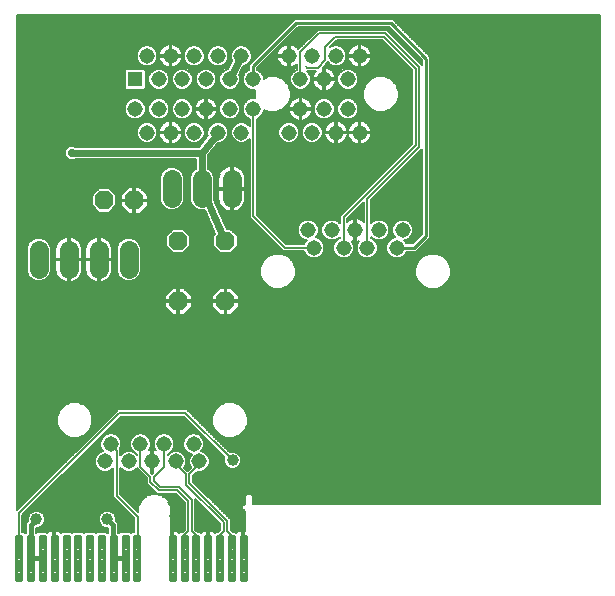
<source format=gbl>
G75*
%MOIN*%
%OFA0B0*%
%FSLAX24Y24*%
%IPPOS*%
%LPD*%
%AMOC8*
5,1,8,0,0,1.08239X$1,22.5*
%
%ADD10C,0.0516*%
%ADD11C,0.0110*%
%ADD12R,0.0516X0.0516*%
%ADD13C,0.0634*%
%ADD14OC8,0.0630*%
%ADD15C,0.0060*%
%ADD16C,0.0396*%
%ADD17C,0.0160*%
%ADD18C,0.0100*%
%ADD19C,0.0280*%
%ADD20C,0.0240*%
D10*
X003221Y004795D03*
X003418Y005385D03*
X004008Y004795D03*
X004402Y005385D03*
X004796Y004795D03*
X005189Y005385D03*
X005583Y004795D03*
X006174Y005385D03*
X006370Y004795D03*
X010189Y011921D03*
X009993Y012511D03*
X010780Y012511D03*
X011174Y011921D03*
X011567Y012511D03*
X011961Y011921D03*
X012355Y012511D03*
X012945Y011921D03*
X013142Y012511D03*
X011705Y015759D03*
X010918Y015759D03*
X010130Y015759D03*
X009343Y015759D03*
X009737Y016547D03*
X010524Y016547D03*
X011311Y016547D03*
X011311Y017531D03*
X010524Y017531D03*
X009737Y017531D03*
X010130Y018319D03*
X009343Y018319D03*
X008162Y017531D03*
X007374Y017531D03*
X006587Y017531D03*
X005800Y017531D03*
X005012Y017531D03*
X004619Y018319D03*
X005406Y018319D03*
X006193Y018319D03*
X006981Y018319D03*
X007768Y018319D03*
X007374Y016547D03*
X006587Y016547D03*
X005800Y016547D03*
X005012Y016547D03*
X004225Y016547D03*
X004619Y015759D03*
X005406Y015759D03*
X006193Y015759D03*
X006981Y015759D03*
X007768Y015759D03*
X008162Y016547D03*
X010918Y018319D03*
X011705Y018319D03*
D11*
X000430Y002302D02*
X000430Y000838D01*
X000264Y000838D01*
X000264Y002302D01*
X000430Y002302D01*
X000430Y000947D02*
X000264Y000947D01*
X000264Y001056D02*
X000430Y001056D01*
X000430Y001165D02*
X000264Y001165D01*
X000264Y001274D02*
X000430Y001274D01*
X000430Y001383D02*
X000264Y001383D01*
X000264Y001492D02*
X000430Y001492D01*
X000430Y001601D02*
X000264Y001601D01*
X000264Y001710D02*
X000430Y001710D01*
X000430Y001819D02*
X000264Y001819D01*
X000264Y001928D02*
X000430Y001928D01*
X000430Y002037D02*
X000264Y002037D01*
X000264Y002146D02*
X000430Y002146D01*
X000430Y002255D02*
X000264Y002255D01*
X000824Y002302D02*
X000824Y000838D01*
X000658Y000838D01*
X000658Y002302D01*
X000824Y002302D01*
X000824Y000947D02*
X000658Y000947D01*
X000658Y001056D02*
X000824Y001056D01*
X000824Y001165D02*
X000658Y001165D01*
X000658Y001274D02*
X000824Y001274D01*
X000824Y001383D02*
X000658Y001383D01*
X000658Y001492D02*
X000824Y001492D01*
X000824Y001601D02*
X000658Y001601D01*
X000658Y001710D02*
X000824Y001710D01*
X000824Y001819D02*
X000658Y001819D01*
X000658Y001928D02*
X000824Y001928D01*
X000824Y002037D02*
X000658Y002037D01*
X000658Y002146D02*
X000824Y002146D01*
X000824Y002255D02*
X000658Y002255D01*
X001217Y002302D02*
X001217Y000838D01*
X001051Y000838D01*
X001051Y002302D01*
X001217Y002302D01*
X001217Y000947D02*
X001051Y000947D01*
X001051Y001056D02*
X001217Y001056D01*
X001217Y001165D02*
X001051Y001165D01*
X001051Y001274D02*
X001217Y001274D01*
X001217Y001383D02*
X001051Y001383D01*
X001051Y001492D02*
X001217Y001492D01*
X001217Y001601D02*
X001051Y001601D01*
X001051Y001710D02*
X001217Y001710D01*
X001217Y001819D02*
X001051Y001819D01*
X001051Y001928D02*
X001217Y001928D01*
X001217Y002037D02*
X001051Y002037D01*
X001051Y002146D02*
X001217Y002146D01*
X001217Y002255D02*
X001051Y002255D01*
X001611Y002302D02*
X001611Y000838D01*
X001445Y000838D01*
X001445Y002302D01*
X001611Y002302D01*
X001611Y000947D02*
X001445Y000947D01*
X001445Y001056D02*
X001611Y001056D01*
X001611Y001165D02*
X001445Y001165D01*
X001445Y001274D02*
X001611Y001274D01*
X001611Y001383D02*
X001445Y001383D01*
X001445Y001492D02*
X001611Y001492D01*
X001611Y001601D02*
X001445Y001601D01*
X001445Y001710D02*
X001611Y001710D01*
X001611Y001819D02*
X001445Y001819D01*
X001445Y001928D02*
X001611Y001928D01*
X001611Y002037D02*
X001445Y002037D01*
X001445Y002146D02*
X001611Y002146D01*
X001611Y002255D02*
X001445Y002255D01*
X002005Y002302D02*
X002005Y000838D01*
X001839Y000838D01*
X001839Y002302D01*
X002005Y002302D01*
X002005Y000947D02*
X001839Y000947D01*
X001839Y001056D02*
X002005Y001056D01*
X002005Y001165D02*
X001839Y001165D01*
X001839Y001274D02*
X002005Y001274D01*
X002005Y001383D02*
X001839Y001383D01*
X001839Y001492D02*
X002005Y001492D01*
X002005Y001601D02*
X001839Y001601D01*
X001839Y001710D02*
X002005Y001710D01*
X002005Y001819D02*
X001839Y001819D01*
X001839Y001928D02*
X002005Y001928D01*
X002005Y002037D02*
X001839Y002037D01*
X001839Y002146D02*
X002005Y002146D01*
X002005Y002255D02*
X001839Y002255D01*
X002398Y002302D02*
X002398Y000838D01*
X002232Y000838D01*
X002232Y002302D01*
X002398Y002302D01*
X002398Y000947D02*
X002232Y000947D01*
X002232Y001056D02*
X002398Y001056D01*
X002398Y001165D02*
X002232Y001165D01*
X002232Y001274D02*
X002398Y001274D01*
X002398Y001383D02*
X002232Y001383D01*
X002232Y001492D02*
X002398Y001492D01*
X002398Y001601D02*
X002232Y001601D01*
X002232Y001710D02*
X002398Y001710D01*
X002398Y001819D02*
X002232Y001819D01*
X002232Y001928D02*
X002398Y001928D01*
X002398Y002037D02*
X002232Y002037D01*
X002232Y002146D02*
X002398Y002146D01*
X002398Y002255D02*
X002232Y002255D01*
X002792Y002302D02*
X002792Y000838D01*
X002626Y000838D01*
X002626Y002302D01*
X002792Y002302D01*
X002792Y000947D02*
X002626Y000947D01*
X002626Y001056D02*
X002792Y001056D01*
X002792Y001165D02*
X002626Y001165D01*
X002626Y001274D02*
X002792Y001274D01*
X002792Y001383D02*
X002626Y001383D01*
X002626Y001492D02*
X002792Y001492D01*
X002792Y001601D02*
X002626Y001601D01*
X002626Y001710D02*
X002792Y001710D01*
X002792Y001819D02*
X002626Y001819D01*
X002626Y001928D02*
X002792Y001928D01*
X002792Y002037D02*
X002626Y002037D01*
X002626Y002146D02*
X002792Y002146D01*
X002792Y002255D02*
X002626Y002255D01*
X003186Y002302D02*
X003186Y000838D01*
X003020Y000838D01*
X003020Y002302D01*
X003186Y002302D01*
X003186Y000947D02*
X003020Y000947D01*
X003020Y001056D02*
X003186Y001056D01*
X003186Y001165D02*
X003020Y001165D01*
X003020Y001274D02*
X003186Y001274D01*
X003186Y001383D02*
X003020Y001383D01*
X003020Y001492D02*
X003186Y001492D01*
X003186Y001601D02*
X003020Y001601D01*
X003020Y001710D02*
X003186Y001710D01*
X003186Y001819D02*
X003020Y001819D01*
X003020Y001928D02*
X003186Y001928D01*
X003186Y002037D02*
X003020Y002037D01*
X003020Y002146D02*
X003186Y002146D01*
X003186Y002255D02*
X003020Y002255D01*
X003579Y002302D02*
X003579Y000838D01*
X003413Y000838D01*
X003413Y002302D01*
X003579Y002302D01*
X003579Y000947D02*
X003413Y000947D01*
X003413Y001056D02*
X003579Y001056D01*
X003579Y001165D02*
X003413Y001165D01*
X003413Y001274D02*
X003579Y001274D01*
X003579Y001383D02*
X003413Y001383D01*
X003413Y001492D02*
X003579Y001492D01*
X003579Y001601D02*
X003413Y001601D01*
X003413Y001710D02*
X003579Y001710D01*
X003579Y001819D02*
X003413Y001819D01*
X003413Y001928D02*
X003579Y001928D01*
X003579Y002037D02*
X003413Y002037D01*
X003413Y002146D02*
X003579Y002146D01*
X003579Y002255D02*
X003413Y002255D01*
X003973Y002302D02*
X003973Y000838D01*
X003807Y000838D01*
X003807Y002302D01*
X003973Y002302D01*
X003973Y000947D02*
X003807Y000947D01*
X003807Y001056D02*
X003973Y001056D01*
X003973Y001165D02*
X003807Y001165D01*
X003807Y001274D02*
X003973Y001274D01*
X003973Y001383D02*
X003807Y001383D01*
X003807Y001492D02*
X003973Y001492D01*
X003973Y001601D02*
X003807Y001601D01*
X003807Y001710D02*
X003973Y001710D01*
X003973Y001819D02*
X003807Y001819D01*
X003807Y001928D02*
X003973Y001928D01*
X003973Y002037D02*
X003807Y002037D01*
X003807Y002146D02*
X003973Y002146D01*
X003973Y002255D02*
X003807Y002255D01*
X004367Y002302D02*
X004367Y000838D01*
X004201Y000838D01*
X004201Y002302D01*
X004367Y002302D01*
X004367Y000947D02*
X004201Y000947D01*
X004201Y001056D02*
X004367Y001056D01*
X004367Y001165D02*
X004201Y001165D01*
X004201Y001274D02*
X004367Y001274D01*
X004367Y001383D02*
X004201Y001383D01*
X004201Y001492D02*
X004367Y001492D01*
X004367Y001601D02*
X004201Y001601D01*
X004201Y001710D02*
X004367Y001710D01*
X004367Y001819D02*
X004201Y001819D01*
X004201Y001928D02*
X004367Y001928D01*
X004367Y002037D02*
X004201Y002037D01*
X004201Y002146D02*
X004367Y002146D01*
X004367Y002255D02*
X004201Y002255D01*
X005548Y002302D02*
X005548Y000838D01*
X005382Y000838D01*
X005382Y002302D01*
X005548Y002302D01*
X005548Y000947D02*
X005382Y000947D01*
X005382Y001056D02*
X005548Y001056D01*
X005548Y001165D02*
X005382Y001165D01*
X005382Y001274D02*
X005548Y001274D01*
X005548Y001383D02*
X005382Y001383D01*
X005382Y001492D02*
X005548Y001492D01*
X005548Y001601D02*
X005382Y001601D01*
X005382Y001710D02*
X005548Y001710D01*
X005548Y001819D02*
X005382Y001819D01*
X005382Y001928D02*
X005548Y001928D01*
X005548Y002037D02*
X005382Y002037D01*
X005382Y002146D02*
X005548Y002146D01*
X005548Y002255D02*
X005382Y002255D01*
X005942Y002302D02*
X005942Y000838D01*
X005776Y000838D01*
X005776Y002302D01*
X005942Y002302D01*
X005942Y000947D02*
X005776Y000947D01*
X005776Y001056D02*
X005942Y001056D01*
X005942Y001165D02*
X005776Y001165D01*
X005776Y001274D02*
X005942Y001274D01*
X005942Y001383D02*
X005776Y001383D01*
X005776Y001492D02*
X005942Y001492D01*
X005942Y001601D02*
X005776Y001601D01*
X005776Y001710D02*
X005942Y001710D01*
X005942Y001819D02*
X005776Y001819D01*
X005776Y001928D02*
X005942Y001928D01*
X005942Y002037D02*
X005776Y002037D01*
X005776Y002146D02*
X005942Y002146D01*
X005942Y002255D02*
X005776Y002255D01*
X006335Y002302D02*
X006335Y000838D01*
X006169Y000838D01*
X006169Y002302D01*
X006335Y002302D01*
X006335Y000947D02*
X006169Y000947D01*
X006169Y001056D02*
X006335Y001056D01*
X006335Y001165D02*
X006169Y001165D01*
X006169Y001274D02*
X006335Y001274D01*
X006335Y001383D02*
X006169Y001383D01*
X006169Y001492D02*
X006335Y001492D01*
X006335Y001601D02*
X006169Y001601D01*
X006169Y001710D02*
X006335Y001710D01*
X006335Y001819D02*
X006169Y001819D01*
X006169Y001928D02*
X006335Y001928D01*
X006335Y002037D02*
X006169Y002037D01*
X006169Y002146D02*
X006335Y002146D01*
X006335Y002255D02*
X006169Y002255D01*
X006729Y002302D02*
X006729Y000838D01*
X006563Y000838D01*
X006563Y002302D01*
X006729Y002302D01*
X006729Y000947D02*
X006563Y000947D01*
X006563Y001056D02*
X006729Y001056D01*
X006729Y001165D02*
X006563Y001165D01*
X006563Y001274D02*
X006729Y001274D01*
X006729Y001383D02*
X006563Y001383D01*
X006563Y001492D02*
X006729Y001492D01*
X006729Y001601D02*
X006563Y001601D01*
X006563Y001710D02*
X006729Y001710D01*
X006729Y001819D02*
X006563Y001819D01*
X006563Y001928D02*
X006729Y001928D01*
X006729Y002037D02*
X006563Y002037D01*
X006563Y002146D02*
X006729Y002146D01*
X006729Y002255D02*
X006563Y002255D01*
X007123Y002302D02*
X007123Y000838D01*
X006957Y000838D01*
X006957Y002302D01*
X007123Y002302D01*
X007123Y000947D02*
X006957Y000947D01*
X006957Y001056D02*
X007123Y001056D01*
X007123Y001165D02*
X006957Y001165D01*
X006957Y001274D02*
X007123Y001274D01*
X007123Y001383D02*
X006957Y001383D01*
X006957Y001492D02*
X007123Y001492D01*
X007123Y001601D02*
X006957Y001601D01*
X006957Y001710D02*
X007123Y001710D01*
X007123Y001819D02*
X006957Y001819D01*
X006957Y001928D02*
X007123Y001928D01*
X007123Y002037D02*
X006957Y002037D01*
X006957Y002146D02*
X007123Y002146D01*
X007123Y002255D02*
X006957Y002255D01*
X007516Y002302D02*
X007516Y000838D01*
X007350Y000838D01*
X007350Y002302D01*
X007516Y002302D01*
X007516Y000947D02*
X007350Y000947D01*
X007350Y001056D02*
X007516Y001056D01*
X007516Y001165D02*
X007350Y001165D01*
X007350Y001274D02*
X007516Y001274D01*
X007516Y001383D02*
X007350Y001383D01*
X007350Y001492D02*
X007516Y001492D01*
X007516Y001601D02*
X007350Y001601D01*
X007350Y001710D02*
X007516Y001710D01*
X007516Y001819D02*
X007350Y001819D01*
X007350Y001928D02*
X007516Y001928D01*
X007516Y002037D02*
X007350Y002037D01*
X007350Y002146D02*
X007516Y002146D01*
X007516Y002255D02*
X007350Y002255D01*
X007910Y002302D02*
X007910Y000838D01*
X007744Y000838D01*
X007744Y002302D01*
X007910Y002302D01*
X007910Y000947D02*
X007744Y000947D01*
X007744Y001056D02*
X007910Y001056D01*
X007910Y001165D02*
X007744Y001165D01*
X007744Y001274D02*
X007910Y001274D01*
X007910Y001383D02*
X007744Y001383D01*
X007744Y001492D02*
X007910Y001492D01*
X007910Y001601D02*
X007744Y001601D01*
X007744Y001710D02*
X007910Y001710D01*
X007910Y001819D02*
X007744Y001819D01*
X007744Y001928D02*
X007910Y001928D01*
X007910Y002037D02*
X007744Y002037D01*
X007744Y002146D02*
X007910Y002146D01*
X007910Y002255D02*
X007744Y002255D01*
D12*
X004225Y017531D03*
D13*
X005449Y014206D02*
X005449Y013573D01*
X006449Y013573D02*
X006449Y014206D01*
X007449Y014206D02*
X007449Y013573D01*
X004012Y011844D02*
X004012Y011210D01*
X003012Y011210D02*
X003012Y011844D01*
X002012Y011844D02*
X002012Y011210D01*
X001012Y011210D02*
X001012Y011844D01*
D14*
X003193Y013496D03*
X004193Y013496D03*
X005662Y012133D03*
X007237Y012133D03*
X007237Y010133D03*
X005662Y010133D03*
D15*
X005692Y010113D02*
X007207Y010113D01*
X007207Y010103D02*
X006792Y010103D01*
X006792Y009949D01*
X007052Y009688D01*
X007207Y009688D01*
X007207Y010103D01*
X007267Y010103D01*
X007267Y010163D01*
X007682Y010163D01*
X007682Y010318D01*
X007421Y010578D01*
X007267Y010578D01*
X007267Y010163D01*
X007207Y010163D01*
X007207Y010103D01*
X007207Y010055D02*
X007267Y010055D01*
X007267Y010103D02*
X007267Y009688D01*
X007421Y009688D01*
X007682Y009949D01*
X007682Y010103D01*
X007267Y010103D01*
X007267Y010113D02*
X019705Y010113D01*
X019705Y010055D02*
X007682Y010055D01*
X007682Y009996D02*
X019705Y009996D01*
X019705Y009938D02*
X007670Y009938D01*
X007612Y009879D02*
X019705Y009879D01*
X019705Y009821D02*
X007553Y009821D01*
X007495Y009762D02*
X019705Y009762D01*
X019705Y009704D02*
X007436Y009704D01*
X007267Y009704D02*
X007207Y009704D01*
X007207Y009762D02*
X007267Y009762D01*
X007267Y009821D02*
X007207Y009821D01*
X007207Y009879D02*
X007267Y009879D01*
X007267Y009938D02*
X007207Y009938D01*
X007207Y009996D02*
X007267Y009996D01*
X007267Y010172D02*
X007207Y010172D01*
X007207Y010163D02*
X007207Y010578D01*
X007052Y010578D01*
X006792Y010318D01*
X006792Y010163D01*
X007207Y010163D01*
X007207Y010230D02*
X007267Y010230D01*
X007267Y010289D02*
X007207Y010289D01*
X007207Y010347D02*
X007267Y010347D01*
X007267Y010406D02*
X007207Y010406D01*
X007207Y010464D02*
X007267Y010464D01*
X007267Y010523D02*
X007207Y010523D01*
X006997Y010523D02*
X005902Y010523D01*
X005846Y010578D02*
X005692Y010578D01*
X005692Y010163D01*
X006107Y010163D01*
X006107Y010318D01*
X005846Y010578D01*
X005960Y010464D02*
X006938Y010464D01*
X006880Y010406D02*
X006019Y010406D01*
X006077Y010347D02*
X006821Y010347D01*
X006792Y010289D02*
X006107Y010289D01*
X006107Y010230D02*
X006792Y010230D01*
X006792Y010172D02*
X006107Y010172D01*
X006107Y010103D02*
X005692Y010103D01*
X005692Y009688D01*
X005846Y009688D01*
X006107Y009949D01*
X006107Y010103D01*
X006107Y010055D02*
X006792Y010055D01*
X006792Y009996D02*
X006107Y009996D01*
X006096Y009938D02*
X006803Y009938D01*
X006861Y009879D02*
X006037Y009879D01*
X005979Y009821D02*
X006920Y009821D01*
X006978Y009762D02*
X005920Y009762D01*
X005862Y009704D02*
X007037Y009704D01*
X007682Y010172D02*
X019705Y010172D01*
X019705Y010230D02*
X007682Y010230D01*
X007682Y010289D02*
X019705Y010289D01*
X019705Y010347D02*
X007652Y010347D01*
X007594Y010406D02*
X019705Y010406D01*
X019705Y010464D02*
X007535Y010464D01*
X007477Y010523D02*
X019705Y010523D01*
X019705Y010581D02*
X014370Y010581D01*
X014272Y010541D02*
X014036Y010541D01*
X013818Y010631D01*
X013652Y010798D01*
X013561Y011016D01*
X013561Y011251D01*
X013652Y011469D01*
X013818Y011636D01*
X014036Y011726D01*
X014272Y011726D01*
X014490Y011636D01*
X014656Y011469D01*
X014747Y011251D01*
X014747Y011016D01*
X014656Y010798D01*
X014490Y010631D01*
X014272Y010541D01*
X014498Y010640D02*
X019705Y010640D01*
X019705Y010698D02*
X014557Y010698D01*
X014615Y010757D02*
X019705Y010757D01*
X019705Y010815D02*
X014664Y010815D01*
X014688Y010874D02*
X019705Y010874D01*
X019705Y010932D02*
X014712Y010932D01*
X014736Y010991D02*
X019705Y010991D01*
X019705Y011049D02*
X014747Y011049D01*
X014747Y011108D02*
X019705Y011108D01*
X019705Y011166D02*
X014747Y011166D01*
X014747Y011225D02*
X019705Y011225D01*
X019705Y011283D02*
X014733Y011283D01*
X014709Y011342D02*
X019705Y011342D01*
X019705Y011400D02*
X014685Y011400D01*
X014661Y011459D02*
X019705Y011459D01*
X019705Y011517D02*
X014608Y011517D01*
X014550Y011576D02*
X019705Y011576D01*
X019705Y011634D02*
X014491Y011634D01*
X014352Y011693D02*
X019705Y011693D01*
X019705Y011751D02*
X013252Y011751D01*
X013240Y011724D02*
X013264Y011781D01*
X013594Y011781D01*
X013676Y011863D01*
X014070Y012257D01*
X014070Y018278D01*
X013988Y018360D01*
X012806Y019541D01*
X009541Y019541D01*
X009459Y019459D01*
X008022Y018022D01*
X008022Y017850D01*
X007965Y017826D01*
X007867Y017728D01*
X007814Y017600D01*
X007814Y017462D01*
X007867Y017334D01*
X007965Y017236D01*
X008093Y017183D01*
X008230Y017183D01*
X008219Y017157D01*
X008219Y016921D01*
X008230Y016895D01*
X008093Y016895D01*
X007965Y016842D01*
X007867Y016744D01*
X007814Y016616D01*
X007814Y016478D01*
X007867Y016350D01*
X007965Y016252D01*
X008042Y016220D01*
X008042Y015978D01*
X007965Y016054D01*
X007837Y016107D01*
X007699Y016107D01*
X007571Y016054D01*
X007473Y015956D01*
X007420Y015829D01*
X007420Y015690D01*
X007473Y015562D01*
X007571Y015465D01*
X007699Y015412D01*
X007837Y015412D01*
X007965Y015465D01*
X008042Y015541D01*
X008042Y012914D01*
X008112Y012844D01*
X009155Y011801D01*
X009863Y011801D01*
X009895Y011724D01*
X009992Y011626D01*
X010120Y011573D01*
X010259Y011573D01*
X010386Y011626D01*
X010484Y011724D01*
X010537Y011852D01*
X010537Y011990D01*
X010484Y012118D01*
X010386Y012216D01*
X010259Y012269D01*
X010242Y012269D01*
X010287Y012314D01*
X010340Y012442D01*
X010340Y012581D01*
X010287Y012708D01*
X010190Y012806D01*
X010062Y012859D01*
X009923Y012859D01*
X009796Y012806D01*
X009698Y012708D01*
X009645Y012581D01*
X009645Y012442D01*
X009698Y012314D01*
X009796Y012217D01*
X009923Y012164D01*
X009940Y012164D01*
X009895Y012118D01*
X009863Y012041D01*
X009255Y012041D01*
X008282Y013014D01*
X008282Y016220D01*
X008359Y016252D01*
X008457Y016350D01*
X008510Y016478D01*
X008510Y016523D01*
X008694Y016446D01*
X008929Y016446D01*
X009147Y016537D01*
X009314Y016703D01*
X009404Y016921D01*
X009404Y017157D01*
X009314Y017375D01*
X009147Y017541D01*
X008929Y017632D01*
X008694Y017632D01*
X008510Y017555D01*
X008510Y017600D01*
X008457Y017728D01*
X008359Y017826D01*
X008302Y017850D01*
X008302Y017906D01*
X009657Y019261D01*
X012690Y019261D01*
X013790Y018162D01*
X013790Y018004D01*
X012677Y019117D01*
X012606Y019187D01*
X012011Y019187D01*
X012008Y019190D01*
X010317Y019190D01*
X010247Y019120D01*
X009663Y018537D01*
X009644Y018566D01*
X009590Y018620D01*
X009527Y018662D01*
X009456Y018691D01*
X009381Y018706D01*
X009373Y018706D01*
X009373Y018349D01*
X009313Y018349D01*
X009313Y018706D01*
X009305Y018706D01*
X009230Y018691D01*
X009159Y018662D01*
X009096Y018620D01*
X009042Y018566D01*
X008999Y018502D01*
X008970Y018432D01*
X008955Y018357D01*
X008955Y018349D01*
X009313Y018349D01*
X009313Y018289D01*
X008955Y018289D01*
X008955Y018280D01*
X008970Y018205D01*
X008999Y018135D01*
X009042Y018071D01*
X009096Y018017D01*
X009159Y017975D01*
X009230Y017946D01*
X009305Y017931D01*
X009313Y017931D01*
X009313Y018288D01*
X009373Y018288D01*
X009373Y017931D01*
X009381Y017931D01*
X009456Y017946D01*
X009527Y017975D01*
X009590Y018017D01*
X009617Y018044D01*
X009617Y017858D01*
X009540Y017826D01*
X009442Y017728D01*
X009389Y017600D01*
X009389Y017462D01*
X009442Y017334D01*
X009540Y017236D01*
X009667Y017183D01*
X009806Y017183D01*
X009934Y017236D01*
X010031Y017334D01*
X010084Y017462D01*
X010084Y017600D01*
X010031Y017728D01*
X009955Y017805D01*
X010249Y017805D01*
X010223Y017778D01*
X010180Y017715D01*
X010151Y017644D01*
X010136Y017569D01*
X010136Y017561D01*
X010494Y017561D01*
X010494Y017501D01*
X010554Y017501D01*
X010554Y017143D01*
X010562Y017143D01*
X010637Y017158D01*
X010708Y017187D01*
X010771Y017230D01*
X010825Y017284D01*
X010868Y017347D01*
X010897Y017418D01*
X010912Y017493D01*
X010912Y017501D01*
X010554Y017501D01*
X010554Y017561D01*
X010912Y017561D01*
X010912Y017569D01*
X010897Y017644D01*
X010868Y017715D01*
X010825Y017778D01*
X010771Y017832D01*
X010708Y017875D01*
X010637Y017904D01*
X010562Y017919D01*
X010554Y017919D01*
X010554Y017561D01*
X010494Y017561D01*
X010494Y017919D01*
X010486Y017919D01*
X010473Y017916D01*
X010650Y018094D01*
X010721Y018024D01*
X010849Y017971D01*
X010987Y017971D01*
X011115Y018024D01*
X011213Y018121D01*
X011266Y018249D01*
X011266Y018388D01*
X011213Y018516D01*
X011115Y018613D01*
X010987Y018666D01*
X010849Y018666D01*
X010728Y018616D01*
X010939Y018827D01*
X012457Y018827D01*
X013454Y017831D01*
X013454Y015381D01*
X011054Y012981D01*
X011054Y012730D01*
X010977Y012806D01*
X010849Y012859D01*
X010711Y012859D01*
X010583Y012806D01*
X010485Y012708D01*
X010432Y012581D01*
X010432Y012442D01*
X010485Y012314D01*
X010583Y012217D01*
X010711Y012164D01*
X010849Y012164D01*
X010977Y012217D01*
X011054Y012293D01*
X011054Y012248D01*
X010977Y012216D01*
X010879Y012118D01*
X010826Y011990D01*
X010826Y011852D01*
X010879Y011724D01*
X010977Y011626D01*
X011104Y011573D01*
X011243Y011573D01*
X011371Y011626D01*
X011468Y011724D01*
X011521Y011852D01*
X011521Y011990D01*
X011468Y012118D01*
X011443Y012143D01*
X011454Y012139D01*
X011529Y012124D01*
X011537Y012124D01*
X011537Y012481D01*
X011597Y012481D01*
X011597Y012124D01*
X011606Y012124D01*
X011680Y012139D01*
X011691Y012143D01*
X011666Y012118D01*
X011613Y011990D01*
X011613Y011852D01*
X011666Y011724D01*
X011764Y011626D01*
X011892Y011573D01*
X012030Y011573D01*
X012158Y011626D01*
X012256Y011724D01*
X012309Y011852D01*
X012309Y011990D01*
X012256Y012118D01*
X012158Y012216D01*
X012081Y012248D01*
X012081Y012293D01*
X012158Y012217D01*
X012286Y012164D01*
X012424Y012164D01*
X012552Y012217D01*
X012650Y012314D01*
X012703Y012442D01*
X012703Y012581D01*
X012650Y012708D01*
X012552Y012806D01*
X012424Y012859D01*
X012286Y012859D01*
X012158Y012806D01*
X012081Y012730D01*
X012081Y013499D01*
X013744Y015162D01*
X013790Y015207D01*
X013790Y012373D01*
X013478Y012061D01*
X013264Y012061D01*
X013240Y012118D01*
X013194Y012164D01*
X013211Y012164D01*
X013339Y012217D01*
X013437Y012314D01*
X013490Y012442D01*
X013490Y012581D01*
X013437Y012708D01*
X013339Y012806D01*
X013211Y012859D01*
X013073Y012859D01*
X012945Y012806D01*
X012847Y012708D01*
X012794Y012581D01*
X012794Y012442D01*
X012847Y012314D01*
X012893Y012269D01*
X012876Y012269D01*
X012748Y012216D01*
X012650Y012118D01*
X012597Y011990D01*
X012597Y011852D01*
X012650Y011724D01*
X012748Y011626D01*
X012876Y011573D01*
X013014Y011573D01*
X013142Y011626D01*
X013240Y011724D01*
X013209Y011693D02*
X013956Y011693D01*
X013817Y011634D02*
X013151Y011634D01*
X013021Y011576D02*
X013758Y011576D01*
X013700Y011517D02*
X009435Y011517D01*
X009483Y011469D02*
X009316Y011636D01*
X009099Y011726D01*
X008863Y011726D01*
X008645Y011636D01*
X008478Y011469D01*
X008388Y011251D01*
X008388Y011016D01*
X008478Y010798D01*
X008645Y010631D01*
X008863Y010541D01*
X009099Y010541D01*
X009316Y010631D01*
X009483Y010798D01*
X009573Y011016D01*
X009573Y011251D01*
X009483Y011469D01*
X009487Y011459D02*
X013647Y011459D01*
X013623Y011400D02*
X009512Y011400D01*
X009536Y011342D02*
X013599Y011342D01*
X013575Y011283D02*
X009560Y011283D01*
X009573Y011225D02*
X013561Y011225D01*
X013561Y011166D02*
X009573Y011166D01*
X009573Y011108D02*
X013561Y011108D01*
X013561Y011049D02*
X009573Y011049D01*
X009563Y010991D02*
X013572Y010991D01*
X013596Y010932D02*
X009539Y010932D01*
X009515Y010874D02*
X013620Y010874D01*
X013644Y010815D02*
X009490Y010815D01*
X009442Y010757D02*
X013692Y010757D01*
X013751Y010698D02*
X009384Y010698D01*
X009325Y010640D02*
X013809Y010640D01*
X013938Y010581D02*
X009196Y010581D01*
X008765Y010581D02*
X000280Y010581D01*
X000280Y010523D02*
X005422Y010523D01*
X005477Y010578D02*
X005217Y010318D01*
X005217Y010163D01*
X005632Y010163D01*
X005632Y010103D01*
X005692Y010103D01*
X005692Y010163D01*
X005632Y010163D01*
X005632Y010578D01*
X005477Y010578D01*
X005363Y010464D02*
X000280Y010464D01*
X000280Y010406D02*
X005305Y010406D01*
X005246Y010347D02*
X000280Y010347D01*
X000280Y010289D02*
X005217Y010289D01*
X005217Y010230D02*
X000280Y010230D01*
X000280Y010172D02*
X005217Y010172D01*
X005217Y010103D02*
X005217Y009949D01*
X005477Y009688D01*
X005632Y009688D01*
X005632Y010103D01*
X005217Y010103D01*
X005217Y010055D02*
X000280Y010055D01*
X000280Y010113D02*
X005632Y010113D01*
X005632Y010055D02*
X005692Y010055D01*
X005692Y009996D02*
X005632Y009996D01*
X005632Y009938D02*
X005692Y009938D01*
X005692Y009879D02*
X005632Y009879D01*
X005632Y009821D02*
X005692Y009821D01*
X005692Y009762D02*
X005632Y009762D01*
X005632Y009704D02*
X005692Y009704D01*
X005462Y009704D02*
X000280Y009704D01*
X000280Y009762D02*
X005404Y009762D01*
X005345Y009821D02*
X000280Y009821D01*
X000280Y009879D02*
X005287Y009879D01*
X005228Y009938D02*
X000280Y009938D01*
X000280Y009996D02*
X005217Y009996D01*
X005632Y010172D02*
X005692Y010172D01*
X005692Y010230D02*
X005632Y010230D01*
X005632Y010289D02*
X005692Y010289D01*
X005692Y010347D02*
X005632Y010347D01*
X005632Y010406D02*
X005692Y010406D01*
X005692Y010464D02*
X005632Y010464D01*
X005632Y010523D02*
X005692Y010523D01*
X005830Y011728D02*
X005494Y011728D01*
X005257Y011966D01*
X005257Y012301D01*
X005494Y012538D01*
X005830Y012538D01*
X006067Y012301D01*
X006067Y011966D01*
X005830Y011728D01*
X005852Y011751D02*
X007046Y011751D01*
X007069Y011728D02*
X007404Y011728D01*
X007642Y011966D01*
X007642Y012301D01*
X007404Y012538D01*
X007285Y012538D01*
X006856Y013495D01*
X006856Y014287D01*
X006794Y014437D01*
X006680Y014551D01*
X006659Y014560D01*
X006659Y014999D01*
X006978Y015412D01*
X007050Y015412D01*
X007178Y015465D01*
X007276Y015562D01*
X007329Y015690D01*
X007329Y015829D01*
X007276Y015956D01*
X007178Y016054D01*
X007050Y016107D01*
X006912Y016107D01*
X006784Y016054D01*
X006686Y015956D01*
X006633Y015829D01*
X006633Y015690D01*
X006643Y015666D01*
X006346Y015280D01*
X002234Y015280D01*
X002214Y015300D01*
X002023Y015300D01*
X001889Y015166D01*
X001889Y014975D01*
X002023Y014840D01*
X002214Y014840D01*
X002234Y014860D01*
X006239Y014860D01*
X006239Y014560D01*
X006219Y014551D01*
X006104Y014437D01*
X006042Y014287D01*
X006042Y013492D01*
X006104Y013342D01*
X006219Y013228D01*
X006368Y013166D01*
X006530Y013166D01*
X006541Y013170D01*
X006900Y012370D01*
X006832Y012301D01*
X006832Y011966D01*
X007069Y011728D01*
X006987Y011810D02*
X005911Y011810D01*
X005969Y011868D02*
X006929Y011868D01*
X006870Y011927D02*
X006028Y011927D01*
X006067Y011985D02*
X006832Y011985D01*
X006832Y012044D02*
X006067Y012044D01*
X006067Y012102D02*
X006832Y012102D01*
X006832Y012161D02*
X006067Y012161D01*
X006067Y012219D02*
X006832Y012219D01*
X006832Y012278D02*
X006067Y012278D01*
X006032Y012336D02*
X006867Y012336D01*
X006889Y012395D02*
X005973Y012395D01*
X005915Y012453D02*
X006863Y012453D01*
X006837Y012512D02*
X005856Y012512D01*
X005467Y012512D02*
X000280Y012512D01*
X000280Y012570D02*
X006811Y012570D01*
X006784Y012629D02*
X000280Y012629D01*
X000280Y012687D02*
X006758Y012687D01*
X006732Y012746D02*
X000280Y012746D01*
X000280Y012804D02*
X006706Y012804D01*
X006679Y012863D02*
X000280Y012863D01*
X000280Y012921D02*
X006653Y012921D01*
X006627Y012980D02*
X000280Y012980D01*
X000280Y013038D02*
X006601Y013038D01*
X006574Y013097D02*
X004424Y013097D01*
X004378Y013051D02*
X004638Y013311D01*
X004638Y013466D01*
X004223Y013466D01*
X004223Y013526D01*
X004163Y013526D01*
X004163Y013941D01*
X004009Y013941D01*
X003748Y013680D01*
X003748Y013526D01*
X004163Y013526D01*
X004163Y013466D01*
X003748Y013466D01*
X003748Y013311D01*
X004009Y013051D01*
X004163Y013051D01*
X004163Y013466D01*
X004223Y013466D01*
X004223Y013051D01*
X004378Y013051D01*
X004482Y013155D02*
X006548Y013155D01*
X006252Y013214D02*
X005647Y013214D01*
X005680Y013228D02*
X005794Y013342D01*
X005856Y013492D01*
X005856Y014287D01*
X005794Y014437D01*
X005680Y014551D01*
X005530Y014613D01*
X005368Y014613D01*
X005219Y014551D01*
X005104Y014437D01*
X005042Y014287D01*
X005042Y013492D01*
X005104Y013342D01*
X005219Y013228D01*
X005368Y013166D01*
X005530Y013166D01*
X005680Y013228D01*
X005724Y013272D02*
X006174Y013272D01*
X006115Y013331D02*
X005783Y013331D01*
X005814Y013389D02*
X006085Y013389D01*
X006060Y013448D02*
X005838Y013448D01*
X005856Y013506D02*
X006042Y013506D01*
X006042Y013565D02*
X005856Y013565D01*
X005856Y013623D02*
X006042Y013623D01*
X006042Y013682D02*
X005856Y013682D01*
X005856Y013740D02*
X006042Y013740D01*
X006042Y013799D02*
X005856Y013799D01*
X005856Y013857D02*
X006042Y013857D01*
X006042Y013916D02*
X005856Y013916D01*
X005856Y013974D02*
X006042Y013974D01*
X006042Y014033D02*
X005856Y014033D01*
X005856Y014091D02*
X006042Y014091D01*
X006042Y014150D02*
X005856Y014150D01*
X005856Y014208D02*
X006042Y014208D01*
X006042Y014267D02*
X005856Y014267D01*
X005840Y014325D02*
X006058Y014325D01*
X006082Y014384D02*
X005816Y014384D01*
X005788Y014442D02*
X006110Y014442D01*
X006169Y014501D02*
X005730Y014501D01*
X005660Y014559D02*
X006239Y014559D01*
X006239Y014618D02*
X000280Y014618D01*
X000280Y014676D02*
X006239Y014676D01*
X006239Y014735D02*
X000280Y014735D01*
X000280Y014793D02*
X006239Y014793D01*
X006239Y014852D02*
X002225Y014852D01*
X002012Y014852D02*
X000280Y014852D01*
X000280Y014910D02*
X001953Y014910D01*
X001895Y014969D02*
X000280Y014969D01*
X000280Y015027D02*
X001889Y015027D01*
X001889Y015086D02*
X000280Y015086D01*
X000280Y015144D02*
X001889Y015144D01*
X001926Y015203D02*
X000280Y015203D01*
X000280Y015261D02*
X001984Y015261D01*
X003026Y013901D02*
X002788Y013663D01*
X002788Y013328D01*
X003026Y013091D01*
X003361Y013091D01*
X003598Y013328D01*
X003598Y013663D01*
X003361Y013901D01*
X003026Y013901D01*
X002982Y013857D02*
X000280Y013857D01*
X000280Y013799D02*
X002924Y013799D01*
X002865Y013740D02*
X000280Y013740D01*
X000280Y013682D02*
X002807Y013682D01*
X002788Y013623D02*
X000280Y013623D01*
X000280Y013565D02*
X002788Y013565D01*
X002788Y013506D02*
X000280Y013506D01*
X000280Y013448D02*
X002788Y013448D01*
X002788Y013389D02*
X000280Y013389D01*
X000280Y013331D02*
X002788Y013331D01*
X002844Y013272D02*
X000280Y013272D01*
X000280Y013214D02*
X002902Y013214D01*
X002961Y013155D02*
X000280Y013155D01*
X000280Y013097D02*
X003019Y013097D01*
X003367Y013097D02*
X003963Y013097D01*
X003904Y013155D02*
X003426Y013155D01*
X003484Y013214D02*
X003846Y013214D01*
X003787Y013272D02*
X003543Y013272D01*
X003598Y013331D02*
X003748Y013331D01*
X003748Y013389D02*
X003598Y013389D01*
X003598Y013448D02*
X003748Y013448D01*
X003748Y013565D02*
X003598Y013565D01*
X003598Y013623D02*
X003748Y013623D01*
X003750Y013682D02*
X003580Y013682D01*
X003521Y013740D02*
X003809Y013740D01*
X003867Y013799D02*
X003463Y013799D01*
X003404Y013857D02*
X003926Y013857D01*
X003984Y013916D02*
X000280Y013916D01*
X000280Y013974D02*
X005042Y013974D01*
X005042Y013916D02*
X004402Y013916D01*
X004378Y013941D02*
X004638Y013680D01*
X004638Y013526D01*
X004223Y013526D01*
X004223Y013941D01*
X004378Y013941D01*
X004461Y013857D02*
X005042Y013857D01*
X005042Y013799D02*
X004519Y013799D01*
X004578Y013740D02*
X005042Y013740D01*
X005042Y013682D02*
X004636Y013682D01*
X004638Y013623D02*
X005042Y013623D01*
X005042Y013565D02*
X004638Y013565D01*
X004638Y013448D02*
X005060Y013448D01*
X005042Y013506D02*
X004223Y013506D01*
X004223Y013448D02*
X004163Y013448D01*
X004163Y013506D02*
X003598Y013506D01*
X004163Y013565D02*
X004223Y013565D01*
X004223Y013623D02*
X004163Y013623D01*
X004163Y013682D02*
X004223Y013682D01*
X004223Y013740D02*
X004163Y013740D01*
X004163Y013799D02*
X004223Y013799D01*
X004223Y013857D02*
X004163Y013857D01*
X004163Y013916D02*
X004223Y013916D01*
X004223Y013389D02*
X004163Y013389D01*
X004163Y013331D02*
X004223Y013331D01*
X004223Y013272D02*
X004163Y013272D01*
X004163Y013214D02*
X004223Y013214D01*
X004223Y013155D02*
X004163Y013155D01*
X004163Y013097D02*
X004223Y013097D01*
X004541Y013214D02*
X005252Y013214D01*
X005174Y013272D02*
X004599Y013272D01*
X004638Y013331D02*
X005115Y013331D01*
X005085Y013389D02*
X004638Y013389D01*
X005042Y014033D02*
X000280Y014033D01*
X000280Y014091D02*
X005042Y014091D01*
X005042Y014150D02*
X000280Y014150D01*
X000280Y014208D02*
X005042Y014208D01*
X005042Y014267D02*
X000280Y014267D01*
X000280Y014325D02*
X005058Y014325D01*
X005082Y014384D02*
X000280Y014384D01*
X000280Y014442D02*
X005110Y014442D01*
X005169Y014501D02*
X000280Y014501D01*
X000280Y014559D02*
X005239Y014559D01*
X005368Y015372D02*
X005376Y015372D01*
X005376Y015729D01*
X005436Y015729D01*
X005436Y015372D01*
X005444Y015372D01*
X005519Y015387D01*
X005590Y015416D01*
X005653Y015458D01*
X005707Y015512D01*
X005750Y015576D01*
X005779Y015646D01*
X005794Y015721D01*
X005794Y015729D01*
X005846Y015729D01*
X005846Y015690D02*
X005898Y015562D01*
X005996Y015465D01*
X006124Y015412D01*
X006262Y015412D01*
X006390Y015465D01*
X006488Y015562D01*
X006541Y015690D01*
X006541Y015829D01*
X006488Y015956D01*
X006390Y016054D01*
X006262Y016107D01*
X006124Y016107D01*
X005996Y016054D01*
X005898Y015956D01*
X005846Y015829D01*
X005846Y015690D01*
X005854Y015671D02*
X005784Y015671D01*
X005794Y015729D02*
X005436Y015729D01*
X005376Y015729D01*
X005018Y015729D01*
X004966Y015729D01*
X004966Y015690D02*
X004913Y015562D01*
X004816Y015465D01*
X004688Y015412D01*
X004549Y015412D01*
X004421Y015465D01*
X004324Y015562D01*
X004271Y015690D01*
X004271Y015829D01*
X004324Y015956D01*
X004421Y016054D01*
X004549Y016107D01*
X004688Y016107D01*
X004816Y016054D01*
X004913Y015956D01*
X004966Y015829D01*
X004966Y015690D01*
X004958Y015671D02*
X005028Y015671D01*
X005033Y015646D02*
X005062Y015576D01*
X005105Y015512D01*
X005159Y015458D01*
X005222Y015416D01*
X005293Y015387D01*
X005368Y015372D01*
X005376Y015378D02*
X005436Y015378D01*
X005478Y015378D02*
X006422Y015378D01*
X006376Y015320D02*
X000280Y015320D01*
X000280Y015378D02*
X005334Y015378D01*
X005376Y015437D02*
X005436Y015437D01*
X005436Y015495D02*
X005376Y015495D01*
X005376Y015554D02*
X005436Y015554D01*
X005436Y015612D02*
X005376Y015612D01*
X005376Y015671D02*
X005436Y015671D01*
X005436Y015729D02*
X005436Y015789D01*
X005794Y015789D01*
X005794Y015798D01*
X005779Y015873D01*
X005750Y015943D01*
X005707Y016007D01*
X005653Y016061D01*
X005590Y016103D01*
X005519Y016132D01*
X005444Y016147D01*
X005436Y016147D01*
X005436Y015789D01*
X005376Y015789D01*
X005376Y015729D01*
X005376Y015788D02*
X004966Y015788D01*
X005018Y015789D02*
X005376Y015789D01*
X005376Y016147D01*
X005368Y016147D01*
X005293Y016132D01*
X005222Y016103D01*
X005159Y016061D01*
X005105Y016007D01*
X005062Y015943D01*
X005033Y015873D01*
X005018Y015798D01*
X005018Y015789D01*
X005028Y015846D02*
X004959Y015846D01*
X004935Y015905D02*
X005046Y015905D01*
X005076Y015963D02*
X004906Y015963D01*
X004848Y016022D02*
X005120Y016022D01*
X005188Y016080D02*
X004752Y016080D01*
X004815Y016252D02*
X004943Y016199D01*
X005081Y016199D01*
X005209Y016252D01*
X005307Y016350D01*
X005360Y016478D01*
X005360Y016616D01*
X005307Y016744D01*
X005209Y016842D01*
X005081Y016895D01*
X004943Y016895D01*
X004815Y016842D01*
X004717Y016744D01*
X004664Y016616D01*
X004664Y016478D01*
X004717Y016350D01*
X004815Y016252D01*
X004811Y016256D02*
X004426Y016256D01*
X004422Y016252D02*
X004520Y016350D01*
X004573Y016478D01*
X004573Y016616D01*
X004520Y016744D01*
X004422Y016842D01*
X004294Y016895D01*
X004156Y016895D01*
X004028Y016842D01*
X003930Y016744D01*
X003877Y016616D01*
X003877Y016478D01*
X003930Y016350D01*
X004028Y016252D01*
X004156Y016199D01*
X004294Y016199D01*
X004422Y016252D01*
X004484Y016314D02*
X004753Y016314D01*
X004708Y016373D02*
X004529Y016373D01*
X004553Y016431D02*
X004684Y016431D01*
X004664Y016490D02*
X004573Y016490D01*
X004573Y016548D02*
X004664Y016548D01*
X004664Y016607D02*
X004573Y016607D01*
X004552Y016665D02*
X004685Y016665D01*
X004709Y016724D02*
X004528Y016724D01*
X004481Y016782D02*
X004756Y016782D01*
X004814Y016841D02*
X004423Y016841D01*
X004520Y017183D02*
X004573Y017236D01*
X004573Y017826D01*
X004520Y017879D01*
X003930Y017879D01*
X003877Y017826D01*
X003877Y017236D01*
X003930Y017183D01*
X004520Y017183D01*
X004528Y017192D02*
X004922Y017192D01*
X004943Y017183D02*
X005081Y017183D01*
X005209Y017236D01*
X005307Y017334D01*
X005360Y017462D01*
X005360Y017600D01*
X005307Y017728D01*
X005209Y017826D01*
X005081Y017879D01*
X004943Y017879D01*
X004815Y017826D01*
X004717Y017728D01*
X004664Y017600D01*
X004664Y017462D01*
X004717Y017334D01*
X004815Y017236D01*
X004943Y017183D01*
X004801Y017250D02*
X004573Y017250D01*
X004573Y017309D02*
X004743Y017309D01*
X004704Y017367D02*
X004573Y017367D01*
X004573Y017426D02*
X004679Y017426D01*
X004664Y017484D02*
X004573Y017484D01*
X004573Y017543D02*
X004664Y017543D01*
X004665Y017601D02*
X004573Y017601D01*
X004573Y017660D02*
X004689Y017660D01*
X004713Y017718D02*
X004573Y017718D01*
X004573Y017777D02*
X004766Y017777D01*
X004838Y017835D02*
X004563Y017835D01*
X004549Y017971D02*
X004688Y017971D01*
X004816Y018024D01*
X004913Y018121D01*
X004966Y018249D01*
X004966Y018388D01*
X004913Y018516D01*
X004816Y018613D01*
X004688Y018666D01*
X004549Y018666D01*
X004421Y018613D01*
X004324Y018516D01*
X004271Y018388D01*
X004271Y018249D01*
X004324Y018121D01*
X004421Y018024D01*
X004549Y017971D01*
X004452Y018011D02*
X000280Y018011D01*
X000280Y018069D02*
X004376Y018069D01*
X004321Y018128D02*
X000280Y018128D01*
X000280Y018186D02*
X004297Y018186D01*
X004273Y018245D02*
X000280Y018245D01*
X000280Y018303D02*
X004271Y018303D01*
X004271Y018362D02*
X000280Y018362D01*
X000280Y018420D02*
X004284Y018420D01*
X004309Y018479D02*
X000280Y018479D01*
X000280Y018537D02*
X004346Y018537D01*
X004404Y018596D02*
X000280Y018596D01*
X000280Y018654D02*
X004521Y018654D01*
X004716Y018654D02*
X005211Y018654D01*
X005222Y018662D02*
X005159Y018620D01*
X005105Y018566D01*
X005062Y018502D01*
X005033Y018432D01*
X005018Y018357D01*
X005018Y018349D01*
X005376Y018349D01*
X005376Y018706D01*
X005368Y018706D01*
X005293Y018691D01*
X005222Y018662D01*
X005135Y018596D02*
X004833Y018596D01*
X004891Y018537D02*
X005086Y018537D01*
X005053Y018479D02*
X004929Y018479D01*
X004953Y018420D02*
X005031Y018420D01*
X005019Y018362D02*
X004966Y018362D01*
X004966Y018303D02*
X005376Y018303D01*
X005376Y018289D02*
X005018Y018289D01*
X005018Y018280D01*
X005033Y018205D01*
X005062Y018135D01*
X005105Y018071D01*
X005159Y018017D01*
X005222Y017975D01*
X005293Y017946D01*
X005368Y017931D01*
X005376Y017931D01*
X005376Y018288D01*
X005436Y018288D01*
X005436Y017931D01*
X005444Y017931D01*
X005519Y017946D01*
X005590Y017975D01*
X005653Y018017D01*
X005707Y018071D01*
X005750Y018135D01*
X005779Y018205D01*
X005794Y018280D01*
X005794Y018289D01*
X005436Y018289D01*
X005436Y018349D01*
X005376Y018349D01*
X005376Y018289D01*
X005376Y018245D02*
X005436Y018245D01*
X005436Y018303D02*
X005846Y018303D01*
X005846Y018249D02*
X005898Y018121D01*
X005996Y018024D01*
X006124Y017971D01*
X006262Y017971D01*
X006390Y018024D01*
X006488Y018121D01*
X006541Y018249D01*
X006541Y018388D01*
X006488Y018516D01*
X006390Y018613D01*
X006262Y018666D01*
X006124Y018666D01*
X005996Y018613D01*
X005898Y018516D01*
X005846Y018388D01*
X005846Y018249D01*
X005847Y018245D02*
X005787Y018245D01*
X005771Y018186D02*
X005872Y018186D01*
X005896Y018128D02*
X005745Y018128D01*
X005705Y018069D02*
X005951Y018069D01*
X006027Y018011D02*
X005644Y018011D01*
X005535Y017952D02*
X007350Y017952D01*
X007321Y017894D02*
X000280Y017894D01*
X000280Y017952D02*
X005276Y017952D01*
X005376Y017952D02*
X005436Y017952D01*
X005436Y018011D02*
X005376Y018011D01*
X005376Y018069D02*
X005436Y018069D01*
X005436Y018128D02*
X005376Y018128D01*
X005376Y018186D02*
X005436Y018186D01*
X005436Y018349D02*
X005794Y018349D01*
X005794Y018357D01*
X005779Y018432D01*
X005750Y018502D01*
X005707Y018566D01*
X005653Y018620D01*
X005590Y018662D01*
X005519Y018691D01*
X005444Y018706D01*
X005436Y018706D01*
X005436Y018349D01*
X005436Y018362D02*
X005376Y018362D01*
X005376Y018420D02*
X005436Y018420D01*
X005436Y018479D02*
X005376Y018479D01*
X005376Y018537D02*
X005436Y018537D01*
X005436Y018596D02*
X005376Y018596D01*
X005376Y018654D02*
X005436Y018654D01*
X005601Y018654D02*
X006095Y018654D01*
X005979Y018596D02*
X005677Y018596D01*
X005726Y018537D02*
X005920Y018537D01*
X005883Y018479D02*
X005759Y018479D01*
X005781Y018420D02*
X005859Y018420D01*
X005846Y018362D02*
X005793Y018362D01*
X006291Y018654D02*
X006883Y018654D01*
X006912Y018666D02*
X006784Y018613D01*
X006686Y018516D01*
X006633Y018388D01*
X006633Y018249D01*
X006686Y018121D01*
X006784Y018024D01*
X006912Y017971D01*
X007050Y017971D01*
X007178Y018024D01*
X007276Y018121D01*
X007329Y018249D01*
X007329Y018388D01*
X007276Y018516D01*
X007178Y018613D01*
X007050Y018666D01*
X006912Y018666D01*
X006766Y018596D02*
X006408Y018596D01*
X006466Y018537D02*
X006708Y018537D01*
X006671Y018479D02*
X006503Y018479D01*
X006528Y018420D02*
X006646Y018420D01*
X006633Y018362D02*
X006541Y018362D01*
X006541Y018303D02*
X006633Y018303D01*
X006635Y018245D02*
X006539Y018245D01*
X006515Y018186D02*
X006659Y018186D01*
X006683Y018128D02*
X006491Y018128D01*
X006436Y018069D02*
X006738Y018069D01*
X006814Y018011D02*
X006360Y018011D01*
X006413Y017835D02*
X005974Y017835D01*
X005997Y017826D02*
X005869Y017879D01*
X005730Y017879D01*
X005603Y017826D01*
X005505Y017728D01*
X005452Y017600D01*
X005452Y017462D01*
X005505Y017334D01*
X005603Y017236D01*
X005730Y017183D01*
X005869Y017183D01*
X005997Y017236D01*
X006094Y017334D01*
X006147Y017462D01*
X006147Y017600D01*
X006094Y017728D01*
X005997Y017826D01*
X006046Y017777D02*
X006341Y017777D01*
X006292Y017728D02*
X006239Y017600D01*
X006239Y017462D01*
X006292Y017334D01*
X006390Y017236D01*
X006518Y017183D01*
X006656Y017183D01*
X006784Y017236D01*
X006882Y017334D01*
X006935Y017462D01*
X006935Y017600D01*
X006882Y017728D01*
X006784Y017826D01*
X006656Y017879D01*
X006518Y017879D01*
X006390Y017826D01*
X006292Y017728D01*
X006288Y017718D02*
X006098Y017718D01*
X006123Y017660D02*
X006264Y017660D01*
X006240Y017601D02*
X006147Y017601D01*
X006147Y017543D02*
X006239Y017543D01*
X006239Y017484D02*
X006147Y017484D01*
X006132Y017426D02*
X006254Y017426D01*
X006278Y017367D02*
X006108Y017367D01*
X006069Y017309D02*
X006317Y017309D01*
X006376Y017250D02*
X006011Y017250D01*
X005890Y017192D02*
X006497Y017192D01*
X006677Y017192D02*
X007284Y017192D01*
X007305Y017183D02*
X007444Y017183D01*
X007571Y017236D01*
X007669Y017334D01*
X007722Y017462D01*
X007722Y017600D01*
X007687Y017686D01*
X007829Y017971D01*
X007837Y017971D01*
X007965Y018024D01*
X008063Y018121D01*
X008116Y018249D01*
X008116Y018388D01*
X008063Y018516D01*
X007965Y018613D01*
X007837Y018666D01*
X007699Y018666D01*
X007571Y018613D01*
X007473Y018516D01*
X007420Y018388D01*
X007420Y018249D01*
X007456Y018164D01*
X007314Y017879D01*
X007305Y017879D01*
X007177Y017826D01*
X007080Y017728D01*
X007027Y017600D01*
X007027Y017462D01*
X007080Y017334D01*
X007177Y017236D01*
X007305Y017183D01*
X007163Y017250D02*
X006798Y017250D01*
X006857Y017309D02*
X007105Y017309D01*
X007066Y017367D02*
X006896Y017367D01*
X006920Y017426D02*
X007042Y017426D01*
X007027Y017484D02*
X006935Y017484D01*
X006935Y017543D02*
X007027Y017543D01*
X007027Y017601D02*
X006934Y017601D01*
X006910Y017660D02*
X007051Y017660D01*
X007076Y017718D02*
X006886Y017718D01*
X006833Y017777D02*
X007128Y017777D01*
X007200Y017835D02*
X006761Y017835D01*
X007147Y018011D02*
X007380Y018011D01*
X007409Y018069D02*
X007223Y018069D01*
X007278Y018128D02*
X007438Y018128D01*
X007446Y018186D02*
X007302Y018186D01*
X007327Y018245D02*
X007422Y018245D01*
X007420Y018303D02*
X007329Y018303D01*
X007329Y018362D02*
X007420Y018362D01*
X007434Y018420D02*
X007315Y018420D01*
X007291Y018479D02*
X007458Y018479D01*
X007495Y018537D02*
X007254Y018537D01*
X007195Y018596D02*
X007554Y018596D01*
X007670Y018654D02*
X007079Y018654D01*
X007866Y018654D02*
X008654Y018654D01*
X008596Y018596D02*
X007983Y018596D01*
X008041Y018537D02*
X008537Y018537D01*
X008479Y018479D02*
X008078Y018479D01*
X008102Y018420D02*
X008420Y018420D01*
X008362Y018362D02*
X008116Y018362D01*
X008116Y018303D02*
X008303Y018303D01*
X008245Y018245D02*
X008114Y018245D01*
X008090Y018186D02*
X008186Y018186D01*
X008128Y018128D02*
X008066Y018128D01*
X008069Y018069D02*
X008011Y018069D01*
X008022Y018011D02*
X007934Y018011D01*
X008022Y017952D02*
X007820Y017952D01*
X007791Y017894D02*
X008022Y017894D01*
X007988Y017835D02*
X007761Y017835D01*
X007732Y017777D02*
X007916Y017777D01*
X007863Y017718D02*
X007703Y017718D01*
X007698Y017660D02*
X007839Y017660D01*
X007814Y017601D02*
X007722Y017601D01*
X007722Y017543D02*
X007814Y017543D01*
X007814Y017484D02*
X007722Y017484D01*
X007707Y017426D02*
X007829Y017426D01*
X007853Y017367D02*
X007683Y017367D01*
X007644Y017309D02*
X007892Y017309D01*
X007951Y017250D02*
X007586Y017250D01*
X007464Y017192D02*
X008072Y017192D01*
X008219Y017133D02*
X000280Y017133D01*
X000280Y017075D02*
X008219Y017075D01*
X008219Y017016D02*
X000280Y017016D01*
X000280Y016958D02*
X008219Y016958D01*
X008228Y016899D02*
X006749Y016899D01*
X006771Y016891D02*
X006700Y016920D01*
X006625Y016935D01*
X006617Y016935D01*
X006617Y016577D01*
X006557Y016577D01*
X006557Y016935D01*
X006549Y016935D01*
X006474Y016920D01*
X006403Y016891D01*
X006340Y016848D01*
X006286Y016794D01*
X006243Y016731D01*
X006214Y016660D01*
X006199Y016585D01*
X006199Y016577D01*
X006557Y016577D01*
X006557Y016517D01*
X006199Y016517D01*
X006199Y016509D01*
X006214Y016434D01*
X006243Y016363D01*
X006286Y016300D01*
X006340Y016246D01*
X006403Y016203D01*
X006474Y016174D01*
X006549Y016159D01*
X006557Y016159D01*
X006557Y016517D01*
X006617Y016517D01*
X006617Y016577D01*
X006975Y016577D01*
X006975Y016585D01*
X006960Y016660D01*
X006931Y016731D01*
X006888Y016794D01*
X006834Y016848D01*
X006771Y016891D01*
X006841Y016841D02*
X007177Y016841D01*
X007177Y016842D02*
X007080Y016744D01*
X007027Y016616D01*
X007027Y016478D01*
X007080Y016350D01*
X007177Y016252D01*
X007305Y016199D01*
X007444Y016199D01*
X007571Y016252D01*
X007669Y016350D01*
X007722Y016478D01*
X007722Y016616D01*
X007669Y016744D01*
X007571Y016842D01*
X007444Y016895D01*
X007305Y016895D01*
X007177Y016842D01*
X007118Y016782D02*
X006896Y016782D01*
X006933Y016724D02*
X007071Y016724D01*
X007047Y016665D02*
X006958Y016665D01*
X006970Y016607D02*
X007027Y016607D01*
X007027Y016548D02*
X006617Y016548D01*
X006617Y016517D02*
X006975Y016517D01*
X006975Y016509D01*
X006960Y016434D01*
X006931Y016363D01*
X006888Y016300D01*
X006834Y016246D01*
X006771Y016203D01*
X006700Y016174D01*
X006625Y016159D01*
X006617Y016159D01*
X006617Y016517D01*
X006617Y016490D02*
X006557Y016490D01*
X006557Y016548D02*
X006147Y016548D01*
X006147Y016490D02*
X006203Y016490D01*
X006147Y016478D02*
X006147Y016616D01*
X006094Y016744D01*
X005997Y016842D01*
X005869Y016895D01*
X005730Y016895D01*
X005603Y016842D01*
X005505Y016744D01*
X005452Y016616D01*
X005452Y016478D01*
X005505Y016350D01*
X005603Y016252D01*
X005730Y016199D01*
X005869Y016199D01*
X005997Y016252D01*
X006094Y016350D01*
X006147Y016478D01*
X006128Y016431D02*
X006215Y016431D01*
X006239Y016373D02*
X006104Y016373D01*
X006059Y016314D02*
X006276Y016314D01*
X006330Y016256D02*
X006001Y016256D01*
X006059Y016080D02*
X005624Y016080D01*
X005692Y016022D02*
X005964Y016022D01*
X005905Y015963D02*
X005736Y015963D01*
X005765Y015905D02*
X005877Y015905D01*
X005853Y015846D02*
X005784Y015846D01*
X005846Y015788D02*
X005436Y015788D01*
X005436Y015846D02*
X005376Y015846D01*
X005376Y015905D02*
X005436Y015905D01*
X005436Y015963D02*
X005376Y015963D01*
X005376Y016022D02*
X005436Y016022D01*
X005436Y016080D02*
X005376Y016080D01*
X005376Y016139D02*
X005436Y016139D01*
X005486Y016139D02*
X008042Y016139D01*
X008042Y016197D02*
X006757Y016197D01*
X006844Y016256D02*
X007173Y016256D01*
X007115Y016314D02*
X006898Y016314D01*
X006935Y016373D02*
X007070Y016373D01*
X007046Y016431D02*
X006959Y016431D01*
X006971Y016490D02*
X007027Y016490D01*
X006617Y016431D02*
X006557Y016431D01*
X006557Y016373D02*
X006617Y016373D01*
X006617Y016314D02*
X006557Y016314D01*
X006557Y016256D02*
X006617Y016256D01*
X006617Y016197D02*
X006557Y016197D01*
X006417Y016197D02*
X000280Y016197D01*
X000280Y016139D02*
X005326Y016139D01*
X005213Y016256D02*
X005599Y016256D01*
X005540Y016314D02*
X005272Y016314D01*
X005317Y016373D02*
X005495Y016373D01*
X005471Y016431D02*
X005341Y016431D01*
X005360Y016490D02*
X005452Y016490D01*
X005452Y016548D02*
X005360Y016548D01*
X005360Y016607D02*
X005452Y016607D01*
X005472Y016665D02*
X005340Y016665D01*
X005315Y016724D02*
X005496Y016724D01*
X005543Y016782D02*
X005268Y016782D01*
X005210Y016841D02*
X005602Y016841D01*
X005710Y017192D02*
X005102Y017192D01*
X005223Y017250D02*
X005588Y017250D01*
X005530Y017309D02*
X005282Y017309D01*
X005321Y017367D02*
X005491Y017367D01*
X005467Y017426D02*
X005345Y017426D01*
X005360Y017484D02*
X005452Y017484D01*
X005452Y017543D02*
X005360Y017543D01*
X005360Y017601D02*
X005452Y017601D01*
X005477Y017660D02*
X005335Y017660D01*
X005311Y017718D02*
X005501Y017718D01*
X005554Y017777D02*
X005258Y017777D01*
X005186Y017835D02*
X005625Y017835D01*
X005168Y018011D02*
X004785Y018011D01*
X004861Y018069D02*
X005107Y018069D01*
X005067Y018128D02*
X004916Y018128D01*
X004940Y018186D02*
X005041Y018186D01*
X005025Y018245D02*
X004964Y018245D01*
X003886Y017835D02*
X000280Y017835D01*
X000280Y017777D02*
X003877Y017777D01*
X003877Y017718D02*
X000280Y017718D01*
X000280Y017660D02*
X003877Y017660D01*
X003877Y017601D02*
X000280Y017601D01*
X000280Y017543D02*
X003877Y017543D01*
X003877Y017484D02*
X000280Y017484D01*
X000280Y017426D02*
X003877Y017426D01*
X003877Y017367D02*
X000280Y017367D01*
X000280Y017309D02*
X003877Y017309D01*
X003877Y017250D02*
X000280Y017250D01*
X000280Y017192D02*
X003921Y017192D01*
X004027Y016841D02*
X000280Y016841D01*
X000280Y016899D02*
X006425Y016899D01*
X006333Y016841D02*
X005997Y016841D01*
X006056Y016782D02*
X006278Y016782D01*
X006241Y016724D02*
X006103Y016724D01*
X006127Y016665D02*
X006216Y016665D01*
X006204Y016607D02*
X006147Y016607D01*
X006557Y016607D02*
X006617Y016607D01*
X006617Y016665D02*
X006557Y016665D01*
X006557Y016724D02*
X006617Y016724D01*
X006617Y016782D02*
X006557Y016782D01*
X006557Y016841D02*
X006617Y016841D01*
X006617Y016899D02*
X006557Y016899D01*
X006327Y016080D02*
X006847Y016080D01*
X006751Y016022D02*
X006423Y016022D01*
X006481Y015963D02*
X006693Y015963D01*
X006665Y015905D02*
X006510Y015905D01*
X006534Y015846D02*
X006640Y015846D01*
X006633Y015788D02*
X006541Y015788D01*
X006541Y015729D02*
X006633Y015729D01*
X006641Y015671D02*
X006533Y015671D01*
X006509Y015612D02*
X006602Y015612D01*
X006557Y015554D02*
X006480Y015554D01*
X006512Y015495D02*
X006421Y015495D01*
X006467Y015437D02*
X006323Y015437D01*
X006063Y015437D02*
X005621Y015437D01*
X005690Y015495D02*
X005965Y015495D01*
X005907Y015554D02*
X005735Y015554D01*
X005765Y015612D02*
X005878Y015612D01*
X005191Y015437D02*
X004749Y015437D01*
X004846Y015495D02*
X005122Y015495D01*
X005077Y015554D02*
X004905Y015554D01*
X004934Y015612D02*
X005047Y015612D01*
X005033Y015646D02*
X005018Y015721D01*
X005018Y015729D01*
X004488Y015437D02*
X000280Y015437D01*
X000280Y015495D02*
X004391Y015495D01*
X004332Y015554D02*
X000280Y015554D01*
X000280Y015612D02*
X004303Y015612D01*
X004279Y015671D02*
X000280Y015671D01*
X000280Y015729D02*
X004271Y015729D01*
X004271Y015788D02*
X000280Y015788D01*
X000280Y015846D02*
X004278Y015846D01*
X004302Y015905D02*
X000280Y015905D01*
X000280Y015963D02*
X004331Y015963D01*
X004389Y016022D02*
X000280Y016022D01*
X000280Y016080D02*
X004485Y016080D01*
X004024Y016256D02*
X000280Y016256D01*
X000280Y016314D02*
X003965Y016314D01*
X003920Y016373D02*
X000280Y016373D01*
X000280Y016431D02*
X003896Y016431D01*
X003877Y016490D02*
X000280Y016490D01*
X000280Y016548D02*
X003877Y016548D01*
X003877Y016607D02*
X000280Y016607D01*
X000280Y016665D02*
X003897Y016665D01*
X003922Y016724D02*
X000280Y016724D01*
X000280Y016782D02*
X003969Y016782D01*
X006681Y015027D02*
X008042Y015027D01*
X008042Y014969D02*
X006659Y014969D01*
X006659Y014910D02*
X008042Y014910D01*
X008042Y014852D02*
X006659Y014852D01*
X006659Y014793D02*
X008042Y014793D01*
X008042Y014735D02*
X006659Y014735D01*
X006659Y014676D02*
X008042Y014676D01*
X008042Y014618D02*
X007626Y014618D01*
X007621Y014620D02*
X007554Y014642D01*
X007484Y014653D01*
X007479Y014653D01*
X007479Y013919D01*
X007896Y013919D01*
X007896Y014241D01*
X007885Y014311D01*
X007863Y014378D01*
X007831Y014440D01*
X007790Y014497D01*
X007740Y014547D01*
X007683Y014588D01*
X007621Y014620D01*
X007723Y014559D02*
X008042Y014559D01*
X008042Y014501D02*
X007786Y014501D01*
X007830Y014442D02*
X008042Y014442D01*
X008042Y014384D02*
X007860Y014384D01*
X007880Y014325D02*
X008042Y014325D01*
X008042Y014267D02*
X007892Y014267D01*
X007896Y014208D02*
X008042Y014208D01*
X008042Y014150D02*
X007896Y014150D01*
X007896Y014091D02*
X008042Y014091D01*
X008042Y014033D02*
X007896Y014033D01*
X007896Y013974D02*
X008042Y013974D01*
X008042Y013916D02*
X007479Y013916D01*
X007479Y013919D02*
X007479Y013859D01*
X007479Y013126D01*
X007484Y013126D01*
X007554Y013137D01*
X007621Y013158D01*
X007683Y013190D01*
X007740Y013232D01*
X007790Y013281D01*
X007831Y013338D01*
X007863Y013401D01*
X007885Y013468D01*
X007896Y013537D01*
X007896Y013859D01*
X007479Y013859D01*
X007419Y013859D01*
X007419Y013126D01*
X007414Y013126D01*
X007345Y013137D01*
X007278Y013158D01*
X007215Y013190D01*
X007158Y013232D01*
X007108Y013281D01*
X007067Y013338D01*
X007035Y013401D01*
X007013Y013468D01*
X007002Y013537D01*
X007002Y013859D01*
X007419Y013859D01*
X007419Y013919D01*
X007002Y013919D01*
X007002Y014241D01*
X007013Y014311D01*
X007035Y014378D01*
X007067Y014440D01*
X007108Y014497D01*
X007158Y014547D01*
X007215Y014588D01*
X007278Y014620D01*
X007345Y014642D01*
X007414Y014653D01*
X007419Y014653D01*
X007419Y013919D01*
X007479Y013919D01*
X007479Y013974D02*
X007419Y013974D01*
X007419Y013916D02*
X006856Y013916D01*
X006856Y013974D02*
X007002Y013974D01*
X007002Y014033D02*
X006856Y014033D01*
X006856Y014091D02*
X007002Y014091D01*
X007002Y014150D02*
X006856Y014150D01*
X006856Y014208D02*
X007002Y014208D01*
X007006Y014267D02*
X006856Y014267D01*
X006840Y014325D02*
X007018Y014325D01*
X007038Y014384D02*
X006816Y014384D01*
X006788Y014442D02*
X007068Y014442D01*
X007112Y014501D02*
X006730Y014501D01*
X006660Y014559D02*
X007175Y014559D01*
X007273Y014618D02*
X006659Y014618D01*
X006726Y015086D02*
X008042Y015086D01*
X008042Y015144D02*
X006771Y015144D01*
X006817Y015203D02*
X008042Y015203D01*
X008042Y015261D02*
X006862Y015261D01*
X006907Y015320D02*
X008042Y015320D01*
X008042Y015378D02*
X006952Y015378D01*
X007111Y015437D02*
X007638Y015437D01*
X007540Y015495D02*
X007209Y015495D01*
X007267Y015554D02*
X007482Y015554D01*
X007453Y015612D02*
X007296Y015612D01*
X007320Y015671D02*
X007428Y015671D01*
X007420Y015729D02*
X007329Y015729D01*
X007329Y015788D02*
X007420Y015788D01*
X007428Y015846D02*
X007321Y015846D01*
X007297Y015905D02*
X007452Y015905D01*
X007480Y015963D02*
X007269Y015963D01*
X007210Y016022D02*
X007539Y016022D01*
X007634Y016080D02*
X007115Y016080D01*
X007575Y016256D02*
X007961Y016256D01*
X007902Y016314D02*
X007634Y016314D01*
X007679Y016373D02*
X007857Y016373D01*
X007833Y016431D02*
X007703Y016431D01*
X007722Y016490D02*
X007814Y016490D01*
X007814Y016548D02*
X007722Y016548D01*
X007722Y016607D02*
X007814Y016607D01*
X007834Y016665D02*
X007702Y016665D01*
X007678Y016724D02*
X007859Y016724D01*
X007906Y016782D02*
X007631Y016782D01*
X007572Y016841D02*
X007964Y016841D01*
X008162Y016547D02*
X008162Y012964D01*
X009205Y011921D01*
X010189Y011921D01*
X010537Y011927D02*
X010826Y011927D01*
X010826Y011985D02*
X010537Y011985D01*
X010515Y012044D02*
X010848Y012044D01*
X010872Y012102D02*
X010491Y012102D01*
X010441Y012161D02*
X010922Y012161D01*
X010980Y012219D02*
X010986Y012219D01*
X011038Y012278D02*
X011054Y012278D01*
X011174Y011921D02*
X011174Y012931D01*
X013574Y015332D01*
X013574Y017880D01*
X012507Y018947D01*
X010889Y018947D01*
X010548Y018606D01*
X010548Y018161D01*
X010311Y017925D01*
X009969Y017925D01*
X009930Y017964D01*
X009983Y017777D02*
X010222Y017777D01*
X010183Y017718D02*
X010035Y017718D01*
X010060Y017660D02*
X010158Y017660D01*
X010143Y017601D02*
X010084Y017601D01*
X010084Y017543D02*
X010494Y017543D01*
X010494Y017501D02*
X010136Y017501D01*
X010136Y017493D01*
X010151Y017418D01*
X010180Y017347D01*
X010223Y017284D01*
X010277Y017230D01*
X010340Y017187D01*
X010411Y017158D01*
X010486Y017143D01*
X010494Y017143D01*
X010494Y017501D01*
X010494Y017484D02*
X010554Y017484D01*
X010554Y017426D02*
X010494Y017426D01*
X010494Y017367D02*
X010554Y017367D01*
X010554Y017309D02*
X010494Y017309D01*
X010494Y017250D02*
X010554Y017250D01*
X010554Y017192D02*
X010494Y017192D01*
X010334Y017192D02*
X009827Y017192D01*
X009948Y017250D02*
X010256Y017250D01*
X010206Y017309D02*
X010006Y017309D01*
X010045Y017367D02*
X010172Y017367D01*
X010150Y017426D02*
X010069Y017426D01*
X010084Y017484D02*
X010138Y017484D01*
X010494Y017601D02*
X010554Y017601D01*
X010554Y017543D02*
X010964Y017543D01*
X010964Y017600D02*
X010964Y017462D01*
X011017Y017334D01*
X011114Y017236D01*
X011242Y017183D01*
X011381Y017183D01*
X011508Y017236D01*
X011606Y017334D01*
X011659Y017462D01*
X011659Y017600D01*
X011606Y017728D01*
X011508Y017826D01*
X011381Y017879D01*
X011242Y017879D01*
X011114Y017826D01*
X011017Y017728D01*
X010964Y017600D01*
X010964Y017601D02*
X010905Y017601D01*
X010890Y017660D02*
X010988Y017660D01*
X011013Y017718D02*
X010865Y017718D01*
X010826Y017777D02*
X011065Y017777D01*
X011137Y017835D02*
X010767Y017835D01*
X010661Y017894D02*
X013391Y017894D01*
X013449Y017835D02*
X011486Y017835D01*
X011557Y017777D02*
X013454Y017777D01*
X013454Y017718D02*
X011610Y017718D01*
X011635Y017660D02*
X013454Y017660D01*
X013454Y017601D02*
X012604Y017601D01*
X012532Y017632D02*
X012749Y017541D01*
X012916Y017375D01*
X013006Y017157D01*
X013006Y016921D01*
X012916Y016703D01*
X012749Y016537D01*
X012532Y016446D01*
X012296Y016446D01*
X012078Y016537D01*
X011911Y016703D01*
X011821Y016921D01*
X011821Y017157D01*
X011911Y017375D01*
X012078Y017541D01*
X012296Y017632D01*
X012532Y017632D01*
X012746Y017543D02*
X013454Y017543D01*
X013454Y017484D02*
X012806Y017484D01*
X012865Y017426D02*
X013454Y017426D01*
X013454Y017367D02*
X012919Y017367D01*
X012943Y017309D02*
X013454Y017309D01*
X013454Y017250D02*
X012968Y017250D01*
X012992Y017192D02*
X013454Y017192D01*
X013454Y017133D02*
X013006Y017133D01*
X013006Y017075D02*
X013454Y017075D01*
X013454Y017016D02*
X013006Y017016D01*
X013006Y016958D02*
X013454Y016958D01*
X013454Y016899D02*
X012997Y016899D01*
X012973Y016841D02*
X013454Y016841D01*
X013454Y016782D02*
X012949Y016782D01*
X012925Y016724D02*
X013454Y016724D01*
X013454Y016665D02*
X012878Y016665D01*
X012820Y016607D02*
X013454Y016607D01*
X013454Y016548D02*
X012761Y016548D01*
X012637Y016490D02*
X013454Y016490D01*
X013454Y016431D02*
X011640Y016431D01*
X011659Y016478D02*
X011606Y016350D01*
X011508Y016252D01*
X011381Y016199D01*
X011242Y016199D01*
X011114Y016252D01*
X011017Y016350D01*
X010964Y016478D01*
X010964Y016616D01*
X011017Y016744D01*
X011114Y016842D01*
X011242Y016895D01*
X011381Y016895D01*
X011508Y016842D01*
X011606Y016744D01*
X011659Y016616D01*
X011659Y016478D01*
X011659Y016490D02*
X012191Y016490D01*
X012066Y016548D02*
X011659Y016548D01*
X011659Y016607D02*
X012008Y016607D01*
X011949Y016665D02*
X011639Y016665D01*
X011615Y016724D02*
X011903Y016724D01*
X011879Y016782D02*
X011568Y016782D01*
X011509Y016841D02*
X011854Y016841D01*
X011830Y016899D02*
X009899Y016899D01*
X009920Y016891D02*
X009850Y016920D01*
X009775Y016935D01*
X009767Y016935D01*
X009767Y016577D01*
X010124Y016577D01*
X010124Y016585D01*
X010110Y016660D01*
X010080Y016731D01*
X010038Y016794D01*
X009984Y016848D01*
X009920Y016891D01*
X009991Y016841D02*
X010326Y016841D01*
X010327Y016842D02*
X010229Y016744D01*
X010176Y016616D01*
X010176Y016478D01*
X010229Y016350D01*
X010327Y016252D01*
X010455Y016199D01*
X010593Y016199D01*
X010721Y016252D01*
X010819Y016350D01*
X010872Y016478D01*
X010872Y016616D01*
X010819Y016744D01*
X010721Y016842D01*
X010593Y016895D01*
X010455Y016895D01*
X010327Y016842D01*
X010268Y016782D02*
X010046Y016782D01*
X010083Y016724D02*
X010221Y016724D01*
X010197Y016665D02*
X010107Y016665D01*
X010120Y016607D02*
X010176Y016607D01*
X010176Y016548D02*
X009767Y016548D01*
X009767Y016577D02*
X009767Y016517D01*
X010124Y016517D01*
X010124Y016509D01*
X010110Y016434D01*
X010080Y016363D01*
X010038Y016300D01*
X009984Y016246D01*
X009920Y016203D01*
X009850Y016174D01*
X009775Y016159D01*
X009767Y016159D01*
X009767Y016517D01*
X009707Y016517D01*
X009707Y016159D01*
X009698Y016159D01*
X009623Y016174D01*
X009553Y016203D01*
X009489Y016246D01*
X009435Y016300D01*
X009393Y016363D01*
X009364Y016434D01*
X009349Y016509D01*
X009349Y016517D01*
X009707Y016517D01*
X009707Y016577D01*
X009707Y016935D01*
X009698Y016935D01*
X009623Y016920D01*
X009553Y016891D01*
X009489Y016848D01*
X009435Y016794D01*
X009393Y016731D01*
X009364Y016660D01*
X009349Y016585D01*
X009349Y016577D01*
X009707Y016577D01*
X009767Y016577D01*
X009767Y016607D02*
X009707Y016607D01*
X009707Y016665D02*
X009767Y016665D01*
X009767Y016724D02*
X009707Y016724D01*
X009707Y016782D02*
X009767Y016782D01*
X009767Y016841D02*
X009707Y016841D01*
X009707Y016899D02*
X009767Y016899D01*
X009574Y016899D02*
X009395Y016899D01*
X009404Y016958D02*
X011821Y016958D01*
X011821Y017016D02*
X009404Y017016D01*
X009404Y017075D02*
X011821Y017075D01*
X011821Y017133D02*
X009404Y017133D01*
X009389Y017192D02*
X009647Y017192D01*
X009525Y017250D02*
X009365Y017250D01*
X009341Y017309D02*
X009467Y017309D01*
X009428Y017367D02*
X009317Y017367D01*
X009263Y017426D02*
X009404Y017426D01*
X009389Y017484D02*
X009204Y017484D01*
X009143Y017543D02*
X009389Y017543D01*
X009389Y017601D02*
X009002Y017601D01*
X008621Y017601D02*
X008509Y017601D01*
X008485Y017660D02*
X009414Y017660D01*
X009438Y017718D02*
X008461Y017718D01*
X008408Y017777D02*
X009491Y017777D01*
X009562Y017835D02*
X008336Y017835D01*
X008302Y017894D02*
X009617Y017894D01*
X009617Y017952D02*
X009472Y017952D01*
X009373Y017952D02*
X009313Y017952D01*
X009313Y018011D02*
X009373Y018011D01*
X009373Y018069D02*
X009313Y018069D01*
X009313Y018128D02*
X009373Y018128D01*
X009373Y018186D02*
X009313Y018186D01*
X009313Y018245D02*
X009373Y018245D01*
X009313Y018303D02*
X008699Y018303D01*
X008641Y018245D02*
X008962Y018245D01*
X008978Y018186D02*
X008582Y018186D01*
X008524Y018128D02*
X009004Y018128D01*
X009044Y018069D02*
X008465Y018069D01*
X008407Y018011D02*
X009105Y018011D01*
X009213Y017952D02*
X008348Y017952D01*
X008758Y018362D02*
X008956Y018362D01*
X008968Y018420D02*
X008816Y018420D01*
X008875Y018479D02*
X008990Y018479D01*
X009023Y018537D02*
X008933Y018537D01*
X008992Y018596D02*
X009072Y018596D01*
X009050Y018654D02*
X009148Y018654D01*
X009109Y018713D02*
X009839Y018713D01*
X009781Y018654D02*
X009538Y018654D01*
X009614Y018596D02*
X009722Y018596D01*
X009664Y018537D02*
X009663Y018537D01*
X009737Y018441D02*
X010367Y019070D01*
X011958Y019070D01*
X011961Y019067D01*
X012557Y019067D01*
X013694Y017930D01*
X013694Y015282D01*
X011961Y013549D01*
X011961Y011921D01*
X011613Y011927D02*
X011521Y011927D01*
X011521Y011985D02*
X011613Y011985D01*
X011636Y012044D02*
X011499Y012044D01*
X011475Y012102D02*
X011660Y012102D01*
X011597Y012161D02*
X011537Y012161D01*
X011537Y012219D02*
X011597Y012219D01*
X011597Y012278D02*
X011537Y012278D01*
X011537Y012336D02*
X011597Y012336D01*
X011597Y012395D02*
X011537Y012395D01*
X011537Y012453D02*
X011597Y012453D01*
X011597Y012541D02*
X011537Y012541D01*
X011537Y012899D01*
X011529Y012899D01*
X011454Y012884D01*
X011384Y012855D01*
X011320Y012813D01*
X011294Y012786D01*
X011294Y012881D01*
X011841Y013429D01*
X011841Y012786D01*
X011815Y012813D01*
X011751Y012855D01*
X011680Y012884D01*
X011606Y012899D01*
X011597Y012899D01*
X011597Y012541D01*
X011597Y012570D02*
X011537Y012570D01*
X011537Y012629D02*
X011597Y012629D01*
X011597Y012687D02*
X011537Y012687D01*
X011537Y012746D02*
X011597Y012746D01*
X011597Y012804D02*
X011537Y012804D01*
X011537Y012863D02*
X011597Y012863D01*
X011732Y012863D02*
X011841Y012863D01*
X011841Y012921D02*
X011334Y012921D01*
X011294Y012863D02*
X011403Y012863D01*
X011312Y012804D02*
X011294Y012804D01*
X011392Y012980D02*
X011841Y012980D01*
X011841Y013038D02*
X011451Y013038D01*
X011509Y013097D02*
X011841Y013097D01*
X011841Y013155D02*
X011568Y013155D01*
X011626Y013214D02*
X011841Y013214D01*
X011841Y013272D02*
X011685Y013272D01*
X011743Y013331D02*
X011841Y013331D01*
X011841Y013389D02*
X011802Y013389D01*
X011638Y013565D02*
X008282Y013565D01*
X008282Y013623D02*
X011696Y013623D01*
X011755Y013682D02*
X008282Y013682D01*
X008282Y013740D02*
X011813Y013740D01*
X011872Y013799D02*
X008282Y013799D01*
X008282Y013857D02*
X011930Y013857D01*
X011989Y013916D02*
X008282Y013916D01*
X008282Y013974D02*
X012047Y013974D01*
X012106Y014033D02*
X008282Y014033D01*
X008282Y014091D02*
X012164Y014091D01*
X012223Y014150D02*
X008282Y014150D01*
X008282Y014208D02*
X012281Y014208D01*
X012340Y014267D02*
X008282Y014267D01*
X008282Y014325D02*
X012398Y014325D01*
X012457Y014384D02*
X008282Y014384D01*
X008282Y014442D02*
X012515Y014442D01*
X012574Y014501D02*
X008282Y014501D01*
X008282Y014559D02*
X012632Y014559D01*
X012691Y014618D02*
X008282Y014618D01*
X008282Y014676D02*
X012749Y014676D01*
X012808Y014735D02*
X008282Y014735D01*
X008282Y014793D02*
X012866Y014793D01*
X012925Y014852D02*
X008282Y014852D01*
X008282Y014910D02*
X012983Y014910D01*
X013042Y014969D02*
X008282Y014969D01*
X008282Y015027D02*
X013100Y015027D01*
X013159Y015086D02*
X008282Y015086D01*
X008282Y015144D02*
X013217Y015144D01*
X013276Y015203D02*
X008282Y015203D01*
X008282Y015261D02*
X013334Y015261D01*
X013393Y015320D02*
X008282Y015320D01*
X008282Y015378D02*
X010846Y015378D01*
X010880Y015372D02*
X010888Y015372D01*
X010888Y015729D01*
X010948Y015729D01*
X010948Y015372D01*
X010956Y015372D01*
X011031Y015387D01*
X011101Y015416D01*
X011165Y015458D01*
X011219Y015512D01*
X011261Y015576D01*
X011291Y015646D01*
X011306Y015721D01*
X011306Y015729D01*
X011317Y015729D01*
X011317Y015721D01*
X011332Y015646D01*
X011361Y015576D01*
X011404Y015512D01*
X011458Y015458D01*
X011521Y015416D01*
X011592Y015387D01*
X011667Y015372D01*
X011675Y015372D01*
X011675Y015729D01*
X011735Y015729D01*
X011735Y015372D01*
X011743Y015372D01*
X011818Y015387D01*
X011889Y015416D01*
X011952Y015458D01*
X012006Y015512D01*
X012049Y015576D01*
X012078Y015646D01*
X012093Y015721D01*
X012093Y015729D01*
X013454Y015729D01*
X013454Y015671D02*
X012083Y015671D01*
X012093Y015729D02*
X011735Y015729D01*
X011675Y015729D01*
X011317Y015729D01*
X011306Y015729D02*
X010948Y015729D01*
X010888Y015729D01*
X010530Y015729D01*
X010478Y015729D01*
X010478Y015690D02*
X010425Y015562D01*
X010327Y015465D01*
X010199Y015412D01*
X010061Y015412D01*
X009933Y015465D01*
X009835Y015562D01*
X009783Y015690D01*
X009783Y015829D01*
X009835Y015956D01*
X009933Y016054D01*
X010061Y016107D01*
X010199Y016107D01*
X010327Y016054D01*
X010425Y015956D01*
X010478Y015829D01*
X010478Y015690D01*
X010470Y015671D02*
X010540Y015671D01*
X010545Y015646D02*
X010574Y015576D01*
X010616Y015512D01*
X010671Y015458D01*
X010734Y015416D01*
X010805Y015387D01*
X010880Y015372D01*
X010888Y015378D02*
X010948Y015378D01*
X010990Y015378D02*
X011633Y015378D01*
X011675Y015378D02*
X011735Y015378D01*
X011777Y015378D02*
X013451Y015378D01*
X013454Y015437D02*
X011920Y015437D01*
X011990Y015495D02*
X013454Y015495D01*
X013454Y015554D02*
X012034Y015554D01*
X012064Y015612D02*
X013454Y015612D01*
X013454Y015788D02*
X011735Y015788D01*
X011735Y015789D02*
X012093Y015789D01*
X012093Y015798D01*
X012078Y015873D01*
X012049Y015943D01*
X012006Y016007D01*
X011952Y016061D01*
X011889Y016103D01*
X011818Y016132D01*
X011743Y016147D01*
X011735Y016147D01*
X011735Y015789D01*
X011735Y015729D01*
X011735Y015671D02*
X011675Y015671D01*
X011675Y015729D02*
X011675Y015789D01*
X011317Y015789D01*
X011317Y015798D01*
X011332Y015873D01*
X011361Y015943D01*
X011404Y016007D01*
X011458Y016061D01*
X011521Y016103D01*
X011592Y016132D01*
X011667Y016147D01*
X011675Y016147D01*
X011675Y015789D01*
X011735Y015789D01*
X011735Y015846D02*
X011675Y015846D01*
X011675Y015788D02*
X010948Y015788D01*
X010948Y015789D02*
X011306Y015789D01*
X011306Y015798D01*
X011291Y015873D01*
X011261Y015943D01*
X011219Y016007D01*
X011165Y016061D01*
X011101Y016103D01*
X011031Y016132D01*
X010956Y016147D01*
X010948Y016147D01*
X010948Y015789D01*
X010948Y015729D01*
X010948Y015671D02*
X010888Y015671D01*
X010888Y015729D02*
X010888Y015789D01*
X010530Y015789D01*
X010530Y015798D01*
X010545Y015873D01*
X010574Y015943D01*
X010616Y016007D01*
X010671Y016061D01*
X010734Y016103D01*
X010805Y016132D01*
X010880Y016147D01*
X010888Y016147D01*
X010888Y015789D01*
X010948Y015789D01*
X010948Y015846D02*
X010888Y015846D01*
X010888Y015788D02*
X010478Y015788D01*
X010471Y015846D02*
X010540Y015846D01*
X010558Y015905D02*
X010447Y015905D01*
X010418Y015963D02*
X010588Y015963D01*
X010632Y016022D02*
X010360Y016022D01*
X010264Y016080D02*
X010700Y016080D01*
X010838Y016139D02*
X008282Y016139D01*
X008282Y016197D02*
X009567Y016197D01*
X009479Y016256D02*
X008363Y016256D01*
X008421Y016314D02*
X009426Y016314D01*
X009389Y016373D02*
X008466Y016373D01*
X008490Y016431D02*
X009365Y016431D01*
X009353Y016490D02*
X009034Y016490D01*
X009159Y016548D02*
X009707Y016548D01*
X009707Y016490D02*
X009767Y016490D01*
X009767Y016431D02*
X009707Y016431D01*
X009707Y016373D02*
X009767Y016373D01*
X009767Y016314D02*
X009707Y016314D01*
X009707Y016256D02*
X009767Y016256D01*
X009767Y016197D02*
X009707Y016197D01*
X009906Y016197D02*
X013454Y016197D01*
X013454Y016139D02*
X011785Y016139D01*
X011735Y016139D02*
X011675Y016139D01*
X011625Y016139D02*
X010998Y016139D01*
X010948Y016139D02*
X010888Y016139D01*
X010888Y016080D02*
X010948Y016080D01*
X010948Y016022D02*
X010888Y016022D01*
X010888Y015963D02*
X010948Y015963D01*
X010948Y015905D02*
X010888Y015905D01*
X010888Y015612D02*
X010948Y015612D01*
X010948Y015554D02*
X010888Y015554D01*
X010888Y015495D02*
X010948Y015495D01*
X010948Y015437D02*
X010888Y015437D01*
X010702Y015437D02*
X010260Y015437D01*
X010358Y015495D02*
X010633Y015495D01*
X010589Y015554D02*
X010417Y015554D01*
X010446Y015612D02*
X010559Y015612D01*
X010545Y015646D02*
X010530Y015721D01*
X010530Y015729D01*
X010000Y015437D02*
X009473Y015437D01*
X009412Y015412D02*
X009540Y015465D01*
X009638Y015562D01*
X009691Y015690D01*
X009691Y015829D01*
X009638Y015956D01*
X009540Y016054D01*
X009412Y016107D01*
X009274Y016107D01*
X009146Y016054D01*
X009048Y015956D01*
X008995Y015829D01*
X008995Y015690D01*
X009048Y015562D01*
X009146Y015465D01*
X009274Y015412D01*
X009412Y015412D01*
X009571Y015495D02*
X009903Y015495D01*
X009844Y015554D02*
X009629Y015554D01*
X009658Y015612D02*
X009815Y015612D01*
X009791Y015671D02*
X009683Y015671D01*
X009691Y015729D02*
X009783Y015729D01*
X009783Y015788D02*
X009691Y015788D01*
X009683Y015846D02*
X009790Y015846D01*
X009814Y015905D02*
X009659Y015905D01*
X009631Y015963D02*
X009842Y015963D01*
X009901Y016022D02*
X009572Y016022D01*
X009477Y016080D02*
X009996Y016080D01*
X009994Y016256D02*
X010323Y016256D01*
X010265Y016314D02*
X010048Y016314D01*
X010084Y016373D02*
X010220Y016373D01*
X010195Y016431D02*
X010109Y016431D01*
X010121Y016490D02*
X010176Y016490D01*
X010725Y016256D02*
X011111Y016256D01*
X011052Y016314D02*
X010783Y016314D01*
X010828Y016373D02*
X011007Y016373D01*
X010983Y016431D02*
X010853Y016431D01*
X010872Y016490D02*
X010964Y016490D01*
X010964Y016548D02*
X010872Y016548D01*
X010872Y016607D02*
X010964Y016607D01*
X010984Y016665D02*
X010851Y016665D01*
X010827Y016724D02*
X011008Y016724D01*
X011055Y016782D02*
X010780Y016782D01*
X010722Y016841D02*
X011114Y016841D01*
X011221Y017192D02*
X010714Y017192D01*
X010792Y017250D02*
X011100Y017250D01*
X011042Y017309D02*
X010842Y017309D01*
X010876Y017367D02*
X011003Y017367D01*
X010979Y017426D02*
X010898Y017426D01*
X010910Y017484D02*
X010964Y017484D01*
X010554Y017660D02*
X010494Y017660D01*
X010494Y017718D02*
X010554Y017718D01*
X010554Y017777D02*
X010494Y017777D01*
X010494Y017835D02*
X010554Y017835D01*
X010554Y017894D02*
X010494Y017894D01*
X010509Y017952D02*
X011576Y017952D01*
X011592Y017946D02*
X011521Y017975D01*
X011458Y018017D01*
X011404Y018071D01*
X011361Y018135D01*
X011332Y018205D01*
X011317Y018280D01*
X011317Y018289D01*
X011675Y018289D01*
X011675Y018349D01*
X011675Y018706D01*
X011667Y018706D01*
X011592Y018691D01*
X011521Y018662D01*
X011458Y018620D01*
X011404Y018566D01*
X011361Y018502D01*
X011332Y018432D01*
X011317Y018357D01*
X011317Y018349D01*
X011675Y018349D01*
X011735Y018349D01*
X011735Y018706D01*
X011743Y018706D01*
X011818Y018691D01*
X011889Y018662D01*
X011952Y018620D01*
X012006Y018566D01*
X012049Y018502D01*
X012078Y018432D01*
X012093Y018357D01*
X012093Y018349D01*
X011735Y018349D01*
X011735Y018289D01*
X012093Y018289D01*
X012093Y018280D01*
X012078Y018205D01*
X012049Y018135D01*
X012006Y018071D01*
X011952Y018017D01*
X011889Y017975D01*
X011818Y017946D01*
X011743Y017931D01*
X011735Y017931D01*
X011735Y018288D01*
X011675Y018288D01*
X011675Y017931D01*
X011667Y017931D01*
X011592Y017946D01*
X011675Y017952D02*
X011735Y017952D01*
X011735Y018011D02*
X011675Y018011D01*
X011675Y018069D02*
X011735Y018069D01*
X011735Y018128D02*
X011675Y018128D01*
X011675Y018186D02*
X011735Y018186D01*
X011735Y018245D02*
X011675Y018245D01*
X011675Y018303D02*
X011266Y018303D01*
X011264Y018245D02*
X011324Y018245D01*
X011340Y018186D02*
X011239Y018186D01*
X011215Y018128D02*
X011366Y018128D01*
X011406Y018069D02*
X011160Y018069D01*
X011084Y018011D02*
X011467Y018011D01*
X011735Y018303D02*
X012981Y018303D01*
X013040Y018245D02*
X012086Y018245D01*
X012070Y018186D02*
X013098Y018186D01*
X013157Y018128D02*
X012044Y018128D01*
X012004Y018069D02*
X013215Y018069D01*
X013274Y018011D02*
X011943Y018011D01*
X011835Y017952D02*
X013332Y017952D01*
X013549Y018245D02*
X013707Y018245D01*
X013765Y018186D02*
X013608Y018186D01*
X013666Y018128D02*
X013790Y018128D01*
X013790Y018069D02*
X013725Y018069D01*
X013783Y018011D02*
X013790Y018011D01*
X014070Y018011D02*
X019705Y018011D01*
X019705Y018069D02*
X014070Y018069D01*
X014070Y018128D02*
X019705Y018128D01*
X019705Y018186D02*
X014070Y018186D01*
X014070Y018245D02*
X019705Y018245D01*
X019705Y018303D02*
X014044Y018303D01*
X013986Y018362D02*
X019705Y018362D01*
X019705Y018420D02*
X013927Y018420D01*
X013869Y018479D02*
X019705Y018479D01*
X019705Y018537D02*
X013810Y018537D01*
X013752Y018596D02*
X019705Y018596D01*
X019705Y018654D02*
X013693Y018654D01*
X013635Y018713D02*
X019705Y018713D01*
X019705Y018771D02*
X013576Y018771D01*
X013518Y018830D02*
X019705Y018830D01*
X019705Y018888D02*
X013459Y018888D01*
X013401Y018947D02*
X019705Y018947D01*
X019705Y019005D02*
X013342Y019005D01*
X013284Y019064D02*
X019705Y019064D01*
X019705Y019122D02*
X013225Y019122D01*
X013167Y019181D02*
X019705Y019181D01*
X019705Y019239D02*
X013108Y019239D01*
X013050Y019298D02*
X019705Y019298D01*
X019705Y019356D02*
X012991Y019356D01*
X012933Y019415D02*
X019705Y019415D01*
X019705Y019473D02*
X012874Y019473D01*
X012816Y019532D02*
X019705Y019532D01*
X019705Y019590D02*
X000280Y019590D01*
X000280Y019532D02*
X009532Y019532D01*
X009473Y019473D02*
X000280Y019473D01*
X000280Y019415D02*
X009415Y019415D01*
X009356Y019356D02*
X000280Y019356D01*
X000280Y019298D02*
X009298Y019298D01*
X009239Y019239D02*
X000280Y019239D01*
X000280Y019181D02*
X009181Y019181D01*
X009122Y019122D02*
X000280Y019122D01*
X000280Y019064D02*
X009064Y019064D01*
X009005Y019005D02*
X000280Y019005D01*
X000280Y018947D02*
X008947Y018947D01*
X008888Y018888D02*
X000280Y018888D01*
X000280Y018830D02*
X008830Y018830D01*
X008771Y018771D02*
X000280Y018771D01*
X000280Y018713D02*
X008713Y018713D01*
X009167Y018771D02*
X009898Y018771D01*
X009956Y018830D02*
X009226Y018830D01*
X009284Y018888D02*
X010015Y018888D01*
X010073Y018947D02*
X009343Y018947D01*
X009401Y019005D02*
X010132Y019005D01*
X010190Y019064D02*
X009460Y019064D01*
X009518Y019122D02*
X010249Y019122D01*
X010307Y019181D02*
X009577Y019181D01*
X009635Y019239D02*
X012712Y019239D01*
X012771Y019181D02*
X012613Y019181D01*
X012672Y019122D02*
X012829Y019122D01*
X012888Y019064D02*
X012730Y019064D01*
X012789Y019005D02*
X012946Y019005D01*
X013005Y018947D02*
X012847Y018947D01*
X012906Y018888D02*
X013063Y018888D01*
X013122Y018830D02*
X012964Y018830D01*
X013023Y018771D02*
X013180Y018771D01*
X013239Y018713D02*
X013081Y018713D01*
X013140Y018654D02*
X013297Y018654D01*
X013356Y018596D02*
X013198Y018596D01*
X013257Y018537D02*
X013414Y018537D01*
X013473Y018479D02*
X013315Y018479D01*
X013374Y018420D02*
X013531Y018420D01*
X013590Y018362D02*
X013432Y018362D01*
X013491Y018303D02*
X013648Y018303D01*
X014070Y017952D02*
X019705Y017952D01*
X019705Y017894D02*
X014070Y017894D01*
X014070Y017835D02*
X019705Y017835D01*
X019705Y017777D02*
X014070Y017777D01*
X014070Y017718D02*
X019705Y017718D01*
X019705Y017660D02*
X014070Y017660D01*
X014070Y017601D02*
X019705Y017601D01*
X019705Y017543D02*
X014070Y017543D01*
X014070Y017484D02*
X019705Y017484D01*
X019705Y017426D02*
X014070Y017426D01*
X014070Y017367D02*
X019705Y017367D01*
X019705Y017309D02*
X014070Y017309D01*
X014070Y017250D02*
X019705Y017250D01*
X019705Y017192D02*
X014070Y017192D01*
X014070Y017133D02*
X019705Y017133D01*
X019705Y017075D02*
X014070Y017075D01*
X014070Y017016D02*
X019705Y017016D01*
X019705Y016958D02*
X014070Y016958D01*
X014070Y016899D02*
X019705Y016899D01*
X019705Y016841D02*
X014070Y016841D01*
X014070Y016782D02*
X019705Y016782D01*
X019705Y016724D02*
X014070Y016724D01*
X014070Y016665D02*
X019705Y016665D01*
X019705Y016607D02*
X014070Y016607D01*
X014070Y016548D02*
X019705Y016548D01*
X019705Y016490D02*
X014070Y016490D01*
X014070Y016431D02*
X019705Y016431D01*
X019705Y016373D02*
X014070Y016373D01*
X014070Y016314D02*
X019705Y016314D01*
X019705Y016256D02*
X014070Y016256D01*
X014070Y016197D02*
X019705Y016197D01*
X019705Y016139D02*
X014070Y016139D01*
X014070Y016080D02*
X019705Y016080D01*
X019705Y016022D02*
X014070Y016022D01*
X014070Y015963D02*
X019705Y015963D01*
X019705Y015905D02*
X014070Y015905D01*
X014070Y015846D02*
X019705Y015846D01*
X019705Y015788D02*
X014070Y015788D01*
X014070Y015729D02*
X019705Y015729D01*
X019705Y015671D02*
X014070Y015671D01*
X014070Y015612D02*
X019705Y015612D01*
X019705Y015554D02*
X014070Y015554D01*
X014070Y015495D02*
X019705Y015495D01*
X019705Y015437D02*
X014070Y015437D01*
X014070Y015378D02*
X019705Y015378D01*
X019705Y015320D02*
X014070Y015320D01*
X014070Y015261D02*
X019705Y015261D01*
X019705Y015203D02*
X014070Y015203D01*
X014070Y015144D02*
X019705Y015144D01*
X019705Y015086D02*
X014070Y015086D01*
X014070Y015027D02*
X019705Y015027D01*
X019705Y014969D02*
X014070Y014969D01*
X014070Y014910D02*
X019705Y014910D01*
X019705Y014852D02*
X014070Y014852D01*
X014070Y014793D02*
X019705Y014793D01*
X019705Y014735D02*
X014070Y014735D01*
X014070Y014676D02*
X019705Y014676D01*
X019705Y014618D02*
X014070Y014618D01*
X014070Y014559D02*
X019705Y014559D01*
X019705Y014501D02*
X014070Y014501D01*
X014070Y014442D02*
X019705Y014442D01*
X019705Y014384D02*
X014070Y014384D01*
X014070Y014325D02*
X019705Y014325D01*
X019705Y014267D02*
X014070Y014267D01*
X014070Y014208D02*
X019705Y014208D01*
X019705Y014150D02*
X014070Y014150D01*
X014070Y014091D02*
X019705Y014091D01*
X019705Y014033D02*
X014070Y014033D01*
X014070Y013974D02*
X019705Y013974D01*
X019705Y013916D02*
X014070Y013916D01*
X014070Y013857D02*
X019705Y013857D01*
X019705Y013799D02*
X014070Y013799D01*
X014070Y013740D02*
X019705Y013740D01*
X019705Y013682D02*
X014070Y013682D01*
X014070Y013623D02*
X019705Y013623D01*
X019705Y013565D02*
X014070Y013565D01*
X014070Y013506D02*
X019705Y013506D01*
X019705Y013448D02*
X014070Y013448D01*
X014070Y013389D02*
X019705Y013389D01*
X019705Y013331D02*
X014070Y013331D01*
X014070Y013272D02*
X019705Y013272D01*
X019705Y013214D02*
X014070Y013214D01*
X014070Y013155D02*
X019705Y013155D01*
X019705Y013097D02*
X014070Y013097D01*
X014070Y013038D02*
X019705Y013038D01*
X019705Y012980D02*
X014070Y012980D01*
X014070Y012921D02*
X019705Y012921D01*
X019705Y012863D02*
X014070Y012863D01*
X014070Y012804D02*
X019705Y012804D01*
X019705Y012746D02*
X014070Y012746D01*
X014070Y012687D02*
X019705Y012687D01*
X019705Y012629D02*
X014070Y012629D01*
X014070Y012570D02*
X019705Y012570D01*
X019705Y012512D02*
X014070Y012512D01*
X014070Y012453D02*
X019705Y012453D01*
X019705Y012395D02*
X014070Y012395D01*
X014070Y012336D02*
X019705Y012336D01*
X019705Y012278D02*
X014070Y012278D01*
X014032Y012219D02*
X019705Y012219D01*
X019705Y012161D02*
X013974Y012161D01*
X013915Y012102D02*
X019705Y012102D01*
X019705Y012044D02*
X013857Y012044D01*
X013798Y011985D02*
X019705Y011985D01*
X019705Y011927D02*
X013740Y011927D01*
X013681Y011868D02*
X019705Y011868D01*
X019705Y011810D02*
X013623Y011810D01*
X013519Y012102D02*
X013247Y012102D01*
X013197Y012161D02*
X013578Y012161D01*
X013636Y012219D02*
X013342Y012219D01*
X013400Y012278D02*
X013695Y012278D01*
X013753Y012336D02*
X013446Y012336D01*
X013470Y012395D02*
X013790Y012395D01*
X013790Y012453D02*
X013490Y012453D01*
X013490Y012512D02*
X013790Y012512D01*
X013790Y012570D02*
X013490Y012570D01*
X013470Y012629D02*
X013790Y012629D01*
X013790Y012687D02*
X013446Y012687D01*
X013400Y012746D02*
X013790Y012746D01*
X013790Y012804D02*
X013341Y012804D01*
X012943Y012804D02*
X012554Y012804D01*
X012612Y012746D02*
X012885Y012746D01*
X012839Y012687D02*
X012658Y012687D01*
X012683Y012629D02*
X012814Y012629D01*
X012794Y012570D02*
X012703Y012570D01*
X012703Y012512D02*
X012794Y012512D01*
X012794Y012453D02*
X012703Y012453D01*
X012683Y012395D02*
X012814Y012395D01*
X012838Y012336D02*
X012659Y012336D01*
X012613Y012278D02*
X012884Y012278D01*
X012757Y012219D02*
X012555Y012219D01*
X012644Y012102D02*
X012262Y012102D01*
X012287Y012044D02*
X012620Y012044D01*
X012597Y011985D02*
X012309Y011985D01*
X012309Y011927D02*
X012597Y011927D01*
X012597Y011868D02*
X012309Y011868D01*
X012292Y011810D02*
X012615Y011810D01*
X012639Y011751D02*
X012267Y011751D01*
X012225Y011693D02*
X012681Y011693D01*
X012740Y011634D02*
X012166Y011634D01*
X012037Y011576D02*
X012869Y011576D01*
X012693Y012161D02*
X012213Y012161D01*
X012155Y012219D02*
X012149Y012219D01*
X012096Y012278D02*
X012081Y012278D01*
X012081Y012746D02*
X012097Y012746D01*
X012081Y012804D02*
X012156Y012804D01*
X012081Y012863D02*
X013790Y012863D01*
X013790Y012921D02*
X012081Y012921D01*
X012081Y012980D02*
X013790Y012980D01*
X013790Y013038D02*
X012081Y013038D01*
X012081Y013097D02*
X013790Y013097D01*
X013790Y013155D02*
X012081Y013155D01*
X012081Y013214D02*
X013790Y013214D01*
X013790Y013272D02*
X012081Y013272D01*
X012081Y013331D02*
X013790Y013331D01*
X013790Y013389D02*
X012081Y013389D01*
X012081Y013448D02*
X013790Y013448D01*
X013790Y013506D02*
X012089Y013506D01*
X012147Y013565D02*
X013790Y013565D01*
X013790Y013623D02*
X012206Y013623D01*
X012264Y013682D02*
X013790Y013682D01*
X013790Y013740D02*
X012323Y013740D01*
X012381Y013799D02*
X013790Y013799D01*
X013790Y013857D02*
X012440Y013857D01*
X012498Y013916D02*
X013790Y013916D01*
X013790Y013974D02*
X012557Y013974D01*
X012615Y014033D02*
X013790Y014033D01*
X013790Y014091D02*
X012674Y014091D01*
X012732Y014150D02*
X013790Y014150D01*
X013790Y014208D02*
X012791Y014208D01*
X012849Y014267D02*
X013790Y014267D01*
X013790Y014325D02*
X012908Y014325D01*
X012966Y014384D02*
X013790Y014384D01*
X013790Y014442D02*
X013025Y014442D01*
X013083Y014501D02*
X013790Y014501D01*
X013790Y014559D02*
X013142Y014559D01*
X013200Y014618D02*
X013790Y014618D01*
X013790Y014676D02*
X013259Y014676D01*
X013317Y014735D02*
X013790Y014735D01*
X013790Y014793D02*
X013376Y014793D01*
X013434Y014852D02*
X013790Y014852D01*
X013790Y014910D02*
X013493Y014910D01*
X013551Y014969D02*
X013790Y014969D01*
X013790Y015027D02*
X013610Y015027D01*
X013668Y015086D02*
X013790Y015086D01*
X013790Y015144D02*
X013727Y015144D01*
X013744Y015162D02*
X013744Y015162D01*
X013785Y015203D02*
X013790Y015203D01*
X013454Y015846D02*
X012083Y015846D01*
X012065Y015905D02*
X013454Y015905D01*
X013454Y015963D02*
X012035Y015963D01*
X011991Y016022D02*
X013454Y016022D01*
X013454Y016080D02*
X011923Y016080D01*
X011735Y016080D02*
X011675Y016080D01*
X011675Y016022D02*
X011735Y016022D01*
X011735Y015963D02*
X011675Y015963D01*
X011675Y015905D02*
X011735Y015905D01*
X011735Y015612D02*
X011675Y015612D01*
X011675Y015554D02*
X011735Y015554D01*
X011735Y015495D02*
X011675Y015495D01*
X011675Y015437D02*
X011735Y015437D01*
X011490Y015437D02*
X011133Y015437D01*
X011202Y015495D02*
X011421Y015495D01*
X011376Y015554D02*
X011247Y015554D01*
X011277Y015612D02*
X011346Y015612D01*
X011327Y015671D02*
X011295Y015671D01*
X011296Y015846D02*
X011327Y015846D01*
X011346Y015905D02*
X011277Y015905D01*
X011248Y015963D02*
X011375Y015963D01*
X011419Y016022D02*
X011204Y016022D01*
X011135Y016080D02*
X011487Y016080D01*
X011512Y016256D02*
X013454Y016256D01*
X013454Y016314D02*
X011571Y016314D01*
X011616Y016373D02*
X013454Y016373D01*
X012223Y017601D02*
X011659Y017601D01*
X011659Y017543D02*
X012082Y017543D01*
X012021Y017484D02*
X011659Y017484D01*
X011644Y017426D02*
X011963Y017426D01*
X011908Y017367D02*
X011620Y017367D01*
X011581Y017309D02*
X011884Y017309D01*
X011860Y017250D02*
X011523Y017250D01*
X011401Y017192D02*
X011836Y017192D01*
X011735Y018362D02*
X011675Y018362D01*
X011675Y018420D02*
X011735Y018420D01*
X011735Y018479D02*
X011675Y018479D01*
X011675Y018537D02*
X011735Y018537D01*
X011735Y018596D02*
X011675Y018596D01*
X011675Y018654D02*
X011735Y018654D01*
X011900Y018654D02*
X012630Y018654D01*
X012689Y018596D02*
X011976Y018596D01*
X012025Y018537D02*
X012747Y018537D01*
X012806Y018479D02*
X012058Y018479D01*
X012080Y018420D02*
X012864Y018420D01*
X012923Y018362D02*
X012092Y018362D01*
X012513Y018771D02*
X010883Y018771D01*
X010824Y018713D02*
X012572Y018713D01*
X011510Y018654D02*
X011016Y018654D01*
X011132Y018596D02*
X011434Y018596D01*
X011385Y018537D02*
X011191Y018537D01*
X011228Y018479D02*
X011352Y018479D01*
X011330Y018420D02*
X011252Y018420D01*
X011266Y018362D02*
X011318Y018362D01*
X010820Y018654D02*
X010766Y018654D01*
X010675Y018069D02*
X010626Y018069D01*
X010567Y018011D02*
X010751Y018011D01*
X009737Y018441D02*
X009737Y017531D01*
X009617Y018011D02*
X009581Y018011D01*
X009373Y018362D02*
X009313Y018362D01*
X009313Y018420D02*
X009373Y018420D01*
X009373Y018479D02*
X009313Y018479D01*
X009313Y018537D02*
X009373Y018537D01*
X009373Y018596D02*
X009313Y018596D01*
X009313Y018654D02*
X009373Y018654D01*
X009371Y016841D02*
X009482Y016841D01*
X009428Y016782D02*
X009347Y016782D01*
X009322Y016724D02*
X009390Y016724D01*
X009366Y016665D02*
X009276Y016665D01*
X009217Y016607D02*
X009353Y016607D01*
X009209Y016080D02*
X008282Y016080D01*
X008282Y016022D02*
X009114Y016022D01*
X009055Y015963D02*
X008282Y015963D01*
X008282Y015905D02*
X009027Y015905D01*
X009002Y015846D02*
X008282Y015846D01*
X008282Y015788D02*
X008995Y015788D01*
X008995Y015729D02*
X008282Y015729D01*
X008282Y015671D02*
X009003Y015671D01*
X009027Y015612D02*
X008282Y015612D01*
X008282Y015554D02*
X009057Y015554D01*
X009115Y015495D02*
X008282Y015495D01*
X008282Y015437D02*
X009213Y015437D01*
X008588Y016490D02*
X008510Y016490D01*
X008042Y016080D02*
X007902Y016080D01*
X007998Y016022D02*
X008042Y016022D01*
X008042Y015495D02*
X007996Y015495D01*
X008042Y015437D02*
X007898Y015437D01*
X007479Y014618D02*
X007419Y014618D01*
X007419Y014559D02*
X007479Y014559D01*
X007479Y014501D02*
X007419Y014501D01*
X007419Y014442D02*
X007479Y014442D01*
X007479Y014384D02*
X007419Y014384D01*
X007419Y014325D02*
X007479Y014325D01*
X007479Y014267D02*
X007419Y014267D01*
X007419Y014208D02*
X007479Y014208D01*
X007479Y014150D02*
X007419Y014150D01*
X007419Y014091D02*
X007479Y014091D01*
X007479Y014033D02*
X007419Y014033D01*
X007419Y013857D02*
X007479Y013857D01*
X007479Y013799D02*
X007419Y013799D01*
X007419Y013740D02*
X007479Y013740D01*
X007479Y013682D02*
X007419Y013682D01*
X007419Y013623D02*
X007479Y013623D01*
X007479Y013565D02*
X007419Y013565D01*
X007419Y013506D02*
X007479Y013506D01*
X007479Y013448D02*
X007419Y013448D01*
X007419Y013389D02*
X007479Y013389D01*
X007479Y013331D02*
X007419Y013331D01*
X007419Y013272D02*
X007479Y013272D01*
X007479Y013214D02*
X007419Y013214D01*
X007419Y013155D02*
X007479Y013155D01*
X007611Y013155D02*
X008042Y013155D01*
X008042Y013097D02*
X007035Y013097D01*
X007061Y013038D02*
X008042Y013038D01*
X008042Y012980D02*
X007087Y012980D01*
X007113Y012921D02*
X008042Y012921D01*
X008093Y012863D02*
X007140Y012863D01*
X007166Y012804D02*
X008152Y012804D01*
X008210Y012746D02*
X007192Y012746D01*
X007218Y012687D02*
X008269Y012687D01*
X008327Y012629D02*
X007245Y012629D01*
X007271Y012570D02*
X008386Y012570D01*
X008444Y012512D02*
X007431Y012512D01*
X007489Y012453D02*
X008503Y012453D01*
X008561Y012395D02*
X007548Y012395D01*
X007606Y012336D02*
X008620Y012336D01*
X008678Y012278D02*
X007642Y012278D01*
X007642Y012219D02*
X008737Y012219D01*
X008795Y012161D02*
X007642Y012161D01*
X007642Y012102D02*
X008854Y012102D01*
X008912Y012044D02*
X007642Y012044D01*
X007642Y011985D02*
X008971Y011985D01*
X009029Y011927D02*
X007603Y011927D01*
X007544Y011868D02*
X009088Y011868D01*
X009146Y011810D02*
X007486Y011810D01*
X007427Y011751D02*
X009883Y011751D01*
X009925Y011693D02*
X009179Y011693D01*
X009318Y011634D02*
X009984Y011634D01*
X010113Y011576D02*
X009376Y011576D01*
X009252Y012044D02*
X009864Y012044D01*
X009888Y012102D02*
X009193Y012102D01*
X009135Y012161D02*
X009938Y012161D01*
X009793Y012219D02*
X009076Y012219D01*
X009018Y012278D02*
X009734Y012278D01*
X009689Y012336D02*
X008959Y012336D01*
X008901Y012395D02*
X009664Y012395D01*
X009645Y012453D02*
X008842Y012453D01*
X008784Y012512D02*
X009645Y012512D01*
X009645Y012570D02*
X008725Y012570D01*
X008667Y012629D02*
X009665Y012629D01*
X009689Y012687D02*
X008608Y012687D01*
X008550Y012746D02*
X009735Y012746D01*
X009794Y012804D02*
X008491Y012804D01*
X008433Y012863D02*
X011054Y012863D01*
X011054Y012921D02*
X008374Y012921D01*
X008316Y012980D02*
X011054Y012980D01*
X011111Y013038D02*
X008282Y013038D01*
X008282Y013097D02*
X011170Y013097D01*
X011228Y013155D02*
X008282Y013155D01*
X008282Y013214D02*
X011287Y013214D01*
X011345Y013272D02*
X008282Y013272D01*
X008282Y013331D02*
X011404Y013331D01*
X011462Y013389D02*
X008282Y013389D01*
X008282Y013448D02*
X011521Y013448D01*
X011579Y013506D02*
X008282Y013506D01*
X008042Y013506D02*
X007891Y013506D01*
X007896Y013565D02*
X008042Y013565D01*
X008042Y013623D02*
X007896Y013623D01*
X007896Y013682D02*
X008042Y013682D01*
X008042Y013740D02*
X007896Y013740D01*
X007896Y013799D02*
X008042Y013799D01*
X008042Y013857D02*
X007896Y013857D01*
X007879Y013448D02*
X008042Y013448D01*
X008042Y013389D02*
X007857Y013389D01*
X007826Y013331D02*
X008042Y013331D01*
X008042Y013272D02*
X007781Y013272D01*
X007716Y013214D02*
X008042Y013214D01*
X007287Y013155D02*
X007008Y013155D01*
X006982Y013214D02*
X007183Y013214D01*
X007117Y013272D02*
X006956Y013272D01*
X006930Y013331D02*
X007072Y013331D01*
X007041Y013389D02*
X006904Y013389D01*
X006877Y013448D02*
X007020Y013448D01*
X007007Y013506D02*
X006856Y013506D01*
X006856Y013565D02*
X007002Y013565D01*
X007002Y013623D02*
X006856Y013623D01*
X006856Y013682D02*
X007002Y013682D01*
X007002Y013740D02*
X006856Y013740D01*
X006856Y013799D02*
X007002Y013799D01*
X007002Y013857D02*
X006856Y013857D01*
X005409Y012453D02*
X000280Y012453D01*
X000280Y012395D02*
X005350Y012395D01*
X005292Y012336D02*
X000280Y012336D01*
X000280Y012278D02*
X001902Y012278D01*
X001908Y012280D02*
X001841Y012258D01*
X001778Y012226D01*
X001721Y012185D01*
X001671Y012135D01*
X001630Y012078D01*
X001598Y012016D01*
X001576Y011949D01*
X001565Y011879D01*
X001565Y011557D01*
X001982Y011557D01*
X001982Y011497D01*
X001565Y011497D01*
X001565Y011175D01*
X001576Y011106D01*
X001598Y011039D01*
X001630Y010976D01*
X001671Y010919D01*
X001721Y010869D01*
X001778Y010828D01*
X001841Y010796D01*
X001908Y010774D01*
X001977Y010763D01*
X001982Y010763D01*
X001982Y011497D01*
X002042Y011497D01*
X002042Y010763D01*
X002047Y010763D01*
X002117Y010774D01*
X002184Y010796D01*
X002246Y010828D01*
X002303Y010869D01*
X002353Y010919D01*
X002394Y010976D01*
X002426Y011039D01*
X002448Y011106D01*
X002459Y011175D01*
X002459Y011497D01*
X002042Y011497D01*
X002042Y011557D01*
X001982Y011557D01*
X001982Y012291D01*
X001977Y012291D01*
X001908Y012280D01*
X001982Y012278D02*
X002042Y012278D01*
X002042Y012291D02*
X002042Y011557D01*
X002459Y011557D01*
X002459Y011879D01*
X002448Y011949D01*
X002426Y012016D01*
X002394Y012078D01*
X002353Y012135D01*
X002303Y012185D01*
X002246Y012226D01*
X002184Y012258D01*
X002117Y012280D01*
X002047Y012291D01*
X002042Y012291D01*
X002042Y012219D02*
X001982Y012219D01*
X001982Y012161D02*
X002042Y012161D01*
X002042Y012102D02*
X001982Y012102D01*
X001982Y012044D02*
X002042Y012044D01*
X002042Y011985D02*
X001982Y011985D01*
X001982Y011927D02*
X002042Y011927D01*
X002042Y011868D02*
X001982Y011868D01*
X001982Y011810D02*
X002042Y011810D01*
X002042Y011751D02*
X001982Y011751D01*
X001982Y011693D02*
X002042Y011693D01*
X002042Y011634D02*
X001982Y011634D01*
X001982Y011576D02*
X002042Y011576D01*
X002042Y011517D02*
X002982Y011517D01*
X002982Y011497D02*
X002565Y011497D01*
X002565Y011175D01*
X002576Y011106D01*
X002598Y011039D01*
X002630Y010976D01*
X002671Y010919D01*
X002721Y010869D01*
X002778Y010828D01*
X002841Y010796D01*
X002908Y010774D01*
X002977Y010763D01*
X002982Y010763D01*
X002982Y011497D01*
X002982Y011557D01*
X002565Y011557D01*
X002565Y011879D01*
X002576Y011949D01*
X002598Y012016D01*
X002630Y012078D01*
X002671Y012135D01*
X002721Y012185D01*
X002778Y012226D01*
X002841Y012258D01*
X002908Y012280D01*
X002977Y012291D01*
X002982Y012291D01*
X002982Y011557D01*
X003042Y011557D01*
X003042Y012291D01*
X003047Y012291D01*
X003117Y012280D01*
X003184Y012258D01*
X003246Y012226D01*
X003303Y012185D01*
X003353Y012135D01*
X003394Y012078D01*
X003426Y012016D01*
X003448Y011949D01*
X003459Y011879D01*
X003459Y011557D01*
X003042Y011557D01*
X003042Y011497D01*
X003042Y010763D01*
X003047Y010763D01*
X003117Y010774D01*
X003184Y010796D01*
X003246Y010828D01*
X003303Y010869D01*
X003353Y010919D01*
X003394Y010976D01*
X003426Y011039D01*
X003448Y011106D01*
X003459Y011175D01*
X003459Y011497D01*
X003042Y011497D01*
X002982Y011497D01*
X002982Y011459D02*
X003042Y011459D01*
X003042Y011517D02*
X003605Y011517D01*
X003605Y011459D02*
X003459Y011459D01*
X003459Y011400D02*
X003605Y011400D01*
X003605Y011342D02*
X003459Y011342D01*
X003459Y011283D02*
X003605Y011283D01*
X003605Y011225D02*
X003459Y011225D01*
X003458Y011166D02*
X003605Y011166D01*
X003605Y011129D02*
X003667Y010980D01*
X003782Y010865D01*
X003931Y010803D01*
X004093Y010803D01*
X004243Y010865D01*
X004357Y010980D01*
X004419Y011129D01*
X004419Y011925D01*
X004357Y012074D01*
X004243Y012189D01*
X004093Y012251D01*
X003931Y012251D01*
X003782Y012189D01*
X003667Y012074D01*
X003605Y011925D01*
X003605Y011129D01*
X003614Y011108D02*
X003448Y011108D01*
X003430Y011049D02*
X003638Y011049D01*
X003663Y010991D02*
X003402Y010991D01*
X003363Y010932D02*
X003715Y010932D01*
X003773Y010874D02*
X003308Y010874D01*
X003221Y010815D02*
X003902Y010815D01*
X004122Y010815D02*
X008471Y010815D01*
X008447Y010874D02*
X004251Y010874D01*
X004310Y010932D02*
X008423Y010932D01*
X008398Y010991D02*
X004362Y010991D01*
X004386Y011049D02*
X008388Y011049D01*
X008388Y011108D02*
X004410Y011108D01*
X004419Y011166D02*
X008388Y011166D01*
X008388Y011225D02*
X004419Y011225D01*
X004419Y011283D02*
X008401Y011283D01*
X008426Y011342D02*
X004419Y011342D01*
X004419Y011400D02*
X008450Y011400D01*
X008474Y011459D02*
X004419Y011459D01*
X004419Y011517D02*
X008527Y011517D01*
X008585Y011576D02*
X004419Y011576D01*
X004419Y011634D02*
X008644Y011634D01*
X008783Y011693D02*
X004419Y011693D01*
X004419Y011751D02*
X005471Y011751D01*
X005413Y011810D02*
X004419Y011810D01*
X004419Y011868D02*
X005354Y011868D01*
X005296Y011927D02*
X004418Y011927D01*
X004394Y011985D02*
X005257Y011985D01*
X005257Y012044D02*
X004370Y012044D01*
X004329Y012102D02*
X005257Y012102D01*
X005257Y012161D02*
X004271Y012161D01*
X004169Y012219D02*
X005257Y012219D01*
X005257Y012278D02*
X003123Y012278D01*
X003042Y012278D02*
X002982Y012278D01*
X002982Y012219D02*
X003042Y012219D01*
X003042Y012161D02*
X002982Y012161D01*
X002982Y012102D02*
X003042Y012102D01*
X003042Y012044D02*
X002982Y012044D01*
X002982Y011985D02*
X003042Y011985D01*
X003042Y011927D02*
X002982Y011927D01*
X002982Y011868D02*
X003042Y011868D01*
X003042Y011810D02*
X002982Y011810D01*
X002982Y011751D02*
X003042Y011751D01*
X003042Y011693D02*
X002982Y011693D01*
X002982Y011634D02*
X003042Y011634D01*
X003042Y011576D02*
X002982Y011576D01*
X002982Y011400D02*
X003042Y011400D01*
X003042Y011342D02*
X002982Y011342D01*
X002982Y011283D02*
X003042Y011283D01*
X003042Y011225D02*
X002982Y011225D01*
X002982Y011166D02*
X003042Y011166D01*
X003042Y011108D02*
X002982Y011108D01*
X002982Y011049D02*
X003042Y011049D01*
X003042Y010991D02*
X002982Y010991D01*
X002982Y010932D02*
X003042Y010932D01*
X003042Y010874D02*
X002982Y010874D01*
X002982Y010815D02*
X003042Y010815D01*
X002803Y010815D02*
X002221Y010815D01*
X002308Y010874D02*
X002717Y010874D01*
X002662Y010932D02*
X002363Y010932D01*
X002402Y010991D02*
X002622Y010991D01*
X002595Y011049D02*
X002430Y011049D01*
X002448Y011108D02*
X002576Y011108D01*
X002567Y011166D02*
X002458Y011166D01*
X002459Y011225D02*
X002565Y011225D01*
X002565Y011283D02*
X002459Y011283D01*
X002459Y011342D02*
X002565Y011342D01*
X002565Y011400D02*
X002459Y011400D01*
X002459Y011459D02*
X002565Y011459D01*
X002565Y011576D02*
X002459Y011576D01*
X002459Y011634D02*
X002565Y011634D01*
X002565Y011693D02*
X002459Y011693D01*
X002459Y011751D02*
X002565Y011751D01*
X002565Y011810D02*
X002459Y011810D01*
X002459Y011868D02*
X002565Y011868D01*
X002573Y011927D02*
X002451Y011927D01*
X002436Y011985D02*
X002588Y011985D01*
X002613Y012044D02*
X002412Y012044D01*
X002377Y012102D02*
X002648Y012102D01*
X002697Y012161D02*
X002327Y012161D01*
X002256Y012219D02*
X002769Y012219D01*
X002902Y012278D02*
X002123Y012278D01*
X001769Y012219D02*
X001169Y012219D01*
X001243Y012189D02*
X001093Y012251D01*
X000931Y012251D01*
X000782Y012189D01*
X000667Y012074D01*
X000605Y011925D01*
X000605Y011129D01*
X000667Y010980D01*
X000782Y010865D01*
X000931Y010803D01*
X001093Y010803D01*
X001243Y010865D01*
X001357Y010980D01*
X001419Y011129D01*
X001419Y011925D01*
X001357Y012074D01*
X001243Y012189D01*
X001271Y012161D02*
X001697Y012161D01*
X001648Y012102D02*
X001329Y012102D01*
X001370Y012044D02*
X001613Y012044D01*
X001588Y011985D02*
X001394Y011985D01*
X001418Y011927D02*
X001573Y011927D01*
X001565Y011868D02*
X001419Y011868D01*
X001419Y011810D02*
X001565Y011810D01*
X001565Y011751D02*
X001419Y011751D01*
X001419Y011693D02*
X001565Y011693D01*
X001565Y011634D02*
X001419Y011634D01*
X001419Y011576D02*
X001565Y011576D01*
X001565Y011459D02*
X001419Y011459D01*
X001419Y011517D02*
X001982Y011517D01*
X001982Y011459D02*
X002042Y011459D01*
X002042Y011400D02*
X001982Y011400D01*
X001982Y011342D02*
X002042Y011342D01*
X002042Y011283D02*
X001982Y011283D01*
X001982Y011225D02*
X002042Y011225D01*
X002042Y011166D02*
X001982Y011166D01*
X001982Y011108D02*
X002042Y011108D01*
X002042Y011049D02*
X001982Y011049D01*
X001982Y010991D02*
X002042Y010991D01*
X002042Y010932D02*
X001982Y010932D01*
X001982Y010874D02*
X002042Y010874D01*
X002042Y010815D02*
X001982Y010815D01*
X001803Y010815D02*
X001122Y010815D01*
X001251Y010874D02*
X001717Y010874D01*
X001662Y010932D02*
X001310Y010932D01*
X001362Y010991D02*
X001622Y010991D01*
X001595Y011049D02*
X001386Y011049D01*
X001410Y011108D02*
X001576Y011108D01*
X001567Y011166D02*
X001419Y011166D01*
X001419Y011225D02*
X001565Y011225D01*
X001565Y011283D02*
X001419Y011283D01*
X001419Y011342D02*
X001565Y011342D01*
X001565Y011400D02*
X001419Y011400D01*
X000902Y010815D02*
X000280Y010815D01*
X000280Y010757D02*
X008519Y010757D01*
X008578Y010698D02*
X000280Y010698D01*
X000280Y010640D02*
X008636Y010640D01*
X010265Y011576D02*
X011098Y011576D01*
X010968Y011634D02*
X010395Y011634D01*
X010453Y011693D02*
X010910Y011693D01*
X010867Y011751D02*
X010496Y011751D01*
X010520Y011810D02*
X010843Y011810D01*
X010826Y011868D02*
X010537Y011868D01*
X010580Y012219D02*
X010377Y012219D01*
X010251Y012278D02*
X010522Y012278D01*
X010476Y012336D02*
X010296Y012336D01*
X010321Y012395D02*
X010452Y012395D01*
X010432Y012453D02*
X010340Y012453D01*
X010340Y012512D02*
X010432Y012512D01*
X010432Y012570D02*
X010340Y012570D01*
X010320Y012629D02*
X010452Y012629D01*
X010476Y012687D02*
X010296Y012687D01*
X010250Y012746D02*
X010523Y012746D01*
X010581Y012804D02*
X010191Y012804D01*
X010979Y012804D02*
X011054Y012804D01*
X011054Y012746D02*
X011037Y012746D01*
X011823Y012804D02*
X011841Y012804D01*
X011613Y011868D02*
X011521Y011868D01*
X011504Y011810D02*
X011631Y011810D01*
X011655Y011751D02*
X011480Y011751D01*
X011438Y011693D02*
X011697Y011693D01*
X011756Y011634D02*
X011379Y011634D01*
X011250Y011576D02*
X011885Y011576D01*
X007718Y006675D02*
X007500Y006765D01*
X007264Y006765D01*
X007047Y006675D01*
X006880Y006509D01*
X006790Y006291D01*
X006790Y006055D01*
X006880Y005837D01*
X007047Y005670D01*
X007264Y005580D01*
X007500Y005580D01*
X007718Y005670D01*
X007885Y005837D01*
X007975Y006055D01*
X007975Y006291D01*
X007885Y006509D01*
X007718Y006675D01*
X007731Y006662D02*
X019705Y006662D01*
X019705Y006720D02*
X007609Y006720D01*
X007790Y006603D02*
X019705Y006603D01*
X019705Y006545D02*
X007848Y006545D01*
X007894Y006486D02*
X019705Y006486D01*
X019705Y006428D02*
X007918Y006428D01*
X007942Y006369D02*
X019705Y006369D01*
X019705Y006311D02*
X007967Y006311D01*
X007975Y006252D02*
X019705Y006252D01*
X019705Y006194D02*
X007975Y006194D01*
X007975Y006135D02*
X019705Y006135D01*
X019705Y006077D02*
X007975Y006077D01*
X007960Y006018D02*
X019705Y006018D01*
X019705Y005960D02*
X007935Y005960D01*
X007911Y005901D02*
X019705Y005901D01*
X019705Y005843D02*
X007887Y005843D01*
X007832Y005784D02*
X019705Y005784D01*
X019705Y005726D02*
X007773Y005726D01*
X007711Y005667D02*
X019705Y005667D01*
X019705Y005609D02*
X007569Y005609D01*
X007195Y005609D02*
X006868Y005609D01*
X006809Y005667D02*
X007054Y005667D01*
X006991Y005726D02*
X006751Y005726D01*
X006692Y005784D02*
X006933Y005784D01*
X006878Y005843D02*
X006634Y005843D01*
X006575Y005901D02*
X006853Y005901D01*
X006829Y005960D02*
X006517Y005960D01*
X006458Y006018D02*
X006805Y006018D01*
X006790Y006077D02*
X006400Y006077D01*
X006341Y006135D02*
X006790Y006135D01*
X006790Y006194D02*
X006283Y006194D01*
X006224Y006252D02*
X006790Y006252D01*
X006798Y006311D02*
X006166Y006311D01*
X006107Y006369D02*
X006822Y006369D01*
X006846Y006428D02*
X006049Y006428D01*
X005990Y006486D02*
X006871Y006486D01*
X006916Y006545D02*
X002675Y006545D01*
X002711Y006509D02*
X002545Y006675D01*
X002327Y006765D01*
X002091Y006765D01*
X001873Y006675D01*
X001707Y006509D01*
X001616Y006291D01*
X001616Y006055D01*
X001707Y005837D01*
X001873Y005670D01*
X002091Y005580D01*
X002327Y005580D01*
X002545Y005670D01*
X002711Y005837D01*
X002802Y006055D01*
X002802Y006291D01*
X002711Y006509D01*
X002721Y006486D02*
X003601Y006486D01*
X003573Y006459D02*
X003644Y006529D01*
X005948Y006529D01*
X007372Y005104D01*
X007416Y005122D01*
X007530Y005122D01*
X007636Y005078D01*
X007717Y004997D01*
X007761Y004892D01*
X007761Y004777D01*
X007717Y004671D01*
X007636Y004590D01*
X007530Y004546D01*
X007416Y004546D01*
X007310Y004590D01*
X007229Y004671D01*
X007185Y004777D01*
X007185Y004892D01*
X007203Y004935D01*
X005848Y006289D01*
X003743Y006289D01*
X000467Y003013D01*
X000467Y002448D01*
X000490Y002448D01*
X000544Y002394D01*
X000571Y002421D01*
X000571Y002739D01*
X000649Y002818D01*
X000649Y002923D01*
X000693Y003029D01*
X000774Y003110D01*
X000880Y003154D01*
X000995Y003154D01*
X001101Y003110D01*
X001182Y003029D01*
X001226Y002923D01*
X001226Y002808D01*
X001182Y002703D01*
X001101Y002621D01*
X000995Y002578D01*
X000911Y002578D01*
X000911Y002421D01*
X000937Y002394D01*
X000991Y002448D01*
X001277Y002448D01*
X001303Y002422D01*
X001332Y002451D01*
X001374Y002475D01*
X001421Y002488D01*
X001498Y002488D01*
X001498Y001685D01*
X001558Y001685D01*
X001558Y002488D01*
X001635Y002488D01*
X001682Y002475D01*
X001724Y002451D01*
X001753Y002422D01*
X001779Y002448D01*
X002064Y002448D01*
X002119Y002394D01*
X002173Y002448D01*
X002458Y002448D01*
X002512Y002394D01*
X002566Y002448D01*
X002852Y002448D01*
X002906Y002394D01*
X002960Y002448D01*
X003246Y002448D01*
X003300Y002394D01*
X003326Y002421D01*
X003326Y002578D01*
X003242Y002578D01*
X003136Y002621D01*
X003055Y002703D01*
X003011Y002808D01*
X003011Y002923D01*
X003055Y003029D01*
X003136Y003110D01*
X003242Y003154D01*
X003357Y003154D01*
X003463Y003110D01*
X003544Y003029D01*
X003588Y002923D01*
X003588Y002818D01*
X003666Y002739D01*
X003666Y002421D01*
X003693Y002394D01*
X003747Y002448D01*
X004033Y002448D01*
X004087Y002394D01*
X004141Y002448D01*
X004203Y002448D01*
X004203Y002895D01*
X003495Y003603D01*
X003495Y004577D01*
X003418Y004500D01*
X003290Y004447D01*
X003152Y004447D01*
X003024Y004500D01*
X002926Y004598D01*
X002873Y004726D01*
X002873Y004864D01*
X002926Y004992D01*
X003024Y005090D01*
X003152Y005143D01*
X003169Y005143D01*
X003123Y005188D01*
X003070Y005316D01*
X003070Y005455D01*
X003123Y005582D01*
X003221Y005680D01*
X003349Y005733D01*
X003487Y005733D01*
X003615Y005680D01*
X003713Y005582D01*
X003766Y005455D01*
X003766Y005316D01*
X003722Y005211D01*
X003735Y005199D01*
X003735Y005013D01*
X003811Y005090D01*
X003939Y005143D01*
X004077Y005143D01*
X004205Y005090D01*
X004282Y005013D01*
X004282Y005059D01*
X004205Y005091D01*
X004107Y005188D01*
X004054Y005316D01*
X004054Y005455D01*
X004107Y005582D01*
X004205Y005680D01*
X004333Y005733D01*
X004471Y005733D01*
X004599Y005680D01*
X004697Y005582D01*
X004750Y005455D01*
X004750Y005316D01*
X004697Y005188D01*
X004672Y005163D01*
X004683Y005168D01*
X004757Y005183D01*
X004766Y005183D01*
X004766Y004825D01*
X004826Y004825D01*
X004826Y005183D01*
X004834Y005183D01*
X004909Y005168D01*
X004920Y005163D01*
X004895Y005188D01*
X004842Y005316D01*
X004842Y005455D01*
X004895Y005582D01*
X004992Y005680D01*
X005120Y005733D01*
X005259Y005733D01*
X005386Y005680D01*
X005484Y005582D01*
X005537Y005455D01*
X005537Y005316D01*
X005484Y005188D01*
X005386Y005091D01*
X005309Y005059D01*
X005309Y005013D01*
X005386Y005090D01*
X005514Y005143D01*
X005652Y005143D01*
X005780Y005090D01*
X005878Y004992D01*
X005931Y004864D01*
X005931Y004726D01*
X005878Y004598D01*
X005864Y004584D01*
X005966Y004482D01*
X005977Y004472D01*
X005987Y004482D01*
X006089Y004584D01*
X006076Y004598D01*
X006023Y004726D01*
X006023Y004864D01*
X006076Y004992D01*
X006121Y005038D01*
X006104Y005038D01*
X005977Y005091D01*
X005879Y005188D01*
X005826Y005316D01*
X005826Y005455D01*
X005879Y005582D01*
X005977Y005680D01*
X006104Y005733D01*
X006243Y005733D01*
X006371Y005680D01*
X006468Y005582D01*
X006521Y005455D01*
X006521Y005316D01*
X006468Y005188D01*
X006423Y005143D01*
X006440Y005143D01*
X006567Y005090D01*
X006665Y004992D01*
X006718Y004864D01*
X006718Y004726D01*
X006665Y004598D01*
X006567Y004500D01*
X006440Y004447D01*
X006301Y004447D01*
X006295Y004450D01*
X006157Y004312D01*
X006157Y004121D01*
X007417Y002862D01*
X007417Y002522D01*
X007490Y002448D01*
X007576Y002448D01*
X007602Y002422D01*
X007631Y002451D01*
X007673Y002475D01*
X007720Y002488D01*
X007797Y002488D01*
X007797Y001685D01*
X007857Y001685D01*
X007857Y002488D01*
X007880Y002488D01*
X007880Y003129D01*
X007872Y003129D01*
X007796Y003206D01*
X007796Y003313D01*
X007872Y003389D01*
X007880Y003389D01*
X007880Y003638D01*
X007964Y003722D01*
X008084Y003722D01*
X008168Y003638D01*
X008168Y003389D01*
X019705Y003389D01*
X019705Y019665D01*
X000280Y019665D01*
X000280Y003730D01*
X000294Y003717D01*
X000294Y003179D01*
X003573Y006459D01*
X003542Y006428D02*
X002745Y006428D01*
X002769Y006369D02*
X003484Y006369D01*
X003425Y006311D02*
X002793Y006311D01*
X002802Y006252D02*
X003367Y006252D01*
X003308Y006194D02*
X002802Y006194D01*
X002802Y006135D02*
X003250Y006135D01*
X003191Y006077D02*
X002802Y006077D01*
X002786Y006018D02*
X003133Y006018D01*
X003074Y005960D02*
X002762Y005960D01*
X002738Y005901D02*
X003016Y005901D01*
X002957Y005843D02*
X002714Y005843D01*
X002659Y005784D02*
X002899Y005784D01*
X002840Y005726D02*
X002600Y005726D01*
X002537Y005667D02*
X002782Y005667D01*
X002723Y005609D02*
X002396Y005609D01*
X002548Y005433D02*
X000280Y005433D01*
X000280Y005375D02*
X002489Y005375D01*
X002431Y005316D02*
X000280Y005316D01*
X000280Y005258D02*
X002372Y005258D01*
X002314Y005199D02*
X000280Y005199D01*
X000280Y005141D02*
X002255Y005141D01*
X002197Y005082D02*
X000280Y005082D01*
X000280Y005024D02*
X002138Y005024D01*
X002080Y004965D02*
X000280Y004965D01*
X000280Y004907D02*
X002021Y004907D01*
X001963Y004848D02*
X000280Y004848D01*
X000280Y004790D02*
X001904Y004790D01*
X001846Y004731D02*
X000280Y004731D01*
X000280Y004673D02*
X001787Y004673D01*
X001729Y004614D02*
X000280Y004614D01*
X000280Y004556D02*
X001670Y004556D01*
X001612Y004497D02*
X000280Y004497D01*
X000280Y004439D02*
X001553Y004439D01*
X001495Y004380D02*
X000280Y004380D01*
X000280Y004322D02*
X001436Y004322D01*
X001378Y004263D02*
X000280Y004263D01*
X000280Y004205D02*
X001319Y004205D01*
X001261Y004146D02*
X000280Y004146D01*
X000280Y004088D02*
X001202Y004088D01*
X001144Y004029D02*
X000280Y004029D01*
X000280Y003971D02*
X001085Y003971D01*
X001027Y003912D02*
X000280Y003912D01*
X000280Y003854D02*
X000968Y003854D01*
X000910Y003795D02*
X000280Y003795D01*
X000280Y003737D02*
X000851Y003737D01*
X000793Y003678D02*
X000294Y003678D01*
X000294Y003620D02*
X000734Y003620D01*
X000676Y003561D02*
X000294Y003561D01*
X000294Y003503D02*
X000617Y003503D01*
X000559Y003444D02*
X000294Y003444D01*
X000294Y003386D02*
X000500Y003386D01*
X000442Y003327D02*
X000294Y003327D01*
X000294Y003269D02*
X000383Y003269D01*
X000325Y003210D02*
X000294Y003210D01*
X000347Y003063D02*
X003693Y006409D01*
X005898Y006409D01*
X007473Y004834D01*
X007742Y004731D02*
X019705Y004731D01*
X019705Y004673D02*
X007718Y004673D01*
X007660Y004614D02*
X019705Y004614D01*
X019705Y004556D02*
X007554Y004556D01*
X007392Y004556D02*
X006623Y004556D01*
X006672Y004614D02*
X007285Y004614D01*
X007228Y004673D02*
X006696Y004673D01*
X006718Y004731D02*
X007204Y004731D01*
X007185Y004790D02*
X006718Y004790D01*
X006718Y004848D02*
X007185Y004848D01*
X007191Y004907D02*
X006701Y004907D01*
X006676Y004965D02*
X007172Y004965D01*
X007114Y005024D02*
X006633Y005024D01*
X006575Y005082D02*
X007055Y005082D01*
X006997Y005141D02*
X006444Y005141D01*
X006473Y005199D02*
X006938Y005199D01*
X006880Y005258D02*
X006497Y005258D01*
X006521Y005316D02*
X006821Y005316D01*
X006763Y005375D02*
X006521Y005375D01*
X006521Y005433D02*
X006704Y005433D01*
X006646Y005492D02*
X006506Y005492D01*
X006482Y005550D02*
X006587Y005550D01*
X006529Y005609D02*
X006442Y005609D01*
X006470Y005667D02*
X006384Y005667D01*
X006412Y005726D02*
X006261Y005726D01*
X006353Y005784D02*
X003238Y005784D01*
X003180Y005726D02*
X003331Y005726D01*
X003297Y005843D02*
X006295Y005843D01*
X006236Y005901D02*
X003355Y005901D01*
X003414Y005960D02*
X006178Y005960D01*
X006119Y006018D02*
X003472Y006018D01*
X003531Y006077D02*
X006061Y006077D01*
X006002Y006135D02*
X003589Y006135D01*
X003648Y006194D02*
X005944Y006194D01*
X005885Y006252D02*
X003706Y006252D01*
X003505Y005726D02*
X004315Y005726D01*
X004192Y005667D02*
X003628Y005667D01*
X003686Y005609D02*
X004134Y005609D01*
X004094Y005550D02*
X003726Y005550D01*
X003750Y005492D02*
X004070Y005492D01*
X004054Y005433D02*
X003766Y005433D01*
X003766Y005375D02*
X004054Y005375D01*
X004054Y005316D02*
X003766Y005316D01*
X003741Y005258D02*
X004078Y005258D01*
X004103Y005199D02*
X003734Y005199D01*
X003735Y005141D02*
X003935Y005141D01*
X003804Y005082D02*
X003735Y005082D01*
X003735Y005024D02*
X003745Y005024D01*
X003615Y005149D02*
X003615Y003653D01*
X004323Y002944D01*
X004323Y001610D01*
X004284Y001570D01*
X004203Y002450D02*
X003666Y002450D01*
X003666Y002508D02*
X004203Y002508D01*
X004203Y002567D02*
X003666Y002567D01*
X003666Y002625D02*
X004203Y002625D01*
X004203Y002684D02*
X003666Y002684D01*
X003663Y002742D02*
X004203Y002742D01*
X004203Y002801D02*
X003605Y002801D01*
X003588Y002859D02*
X004203Y002859D01*
X004180Y002918D02*
X003588Y002918D01*
X003566Y002976D02*
X004122Y002976D01*
X004063Y003035D02*
X003538Y003035D01*
X003479Y003093D02*
X004005Y003093D01*
X003946Y003152D02*
X003362Y003152D01*
X003237Y003152D02*
X001000Y003152D01*
X000875Y003152D02*
X000606Y003152D01*
X000664Y003210D02*
X003888Y003210D01*
X003829Y003269D02*
X000723Y003269D01*
X000781Y003327D02*
X003771Y003327D01*
X003712Y003386D02*
X000840Y003386D01*
X000898Y003444D02*
X003654Y003444D01*
X003595Y003503D02*
X000957Y003503D01*
X001015Y003561D02*
X003537Y003561D01*
X003495Y003620D02*
X001074Y003620D01*
X001132Y003678D02*
X003495Y003678D01*
X003495Y003737D02*
X001191Y003737D01*
X001249Y003795D02*
X003495Y003795D01*
X003495Y003854D02*
X001308Y003854D01*
X001366Y003912D02*
X003495Y003912D01*
X003495Y003971D02*
X001425Y003971D01*
X001483Y004029D02*
X003495Y004029D01*
X003495Y004088D02*
X001542Y004088D01*
X001600Y004146D02*
X003495Y004146D01*
X003495Y004205D02*
X001659Y004205D01*
X001717Y004263D02*
X003495Y004263D01*
X003495Y004322D02*
X001776Y004322D01*
X001834Y004380D02*
X003495Y004380D01*
X003495Y004439D02*
X001893Y004439D01*
X001951Y004497D02*
X003030Y004497D01*
X002968Y004556D02*
X002010Y004556D01*
X002068Y004614D02*
X002919Y004614D01*
X002895Y004673D02*
X002127Y004673D01*
X002185Y004731D02*
X002873Y004731D01*
X002873Y004790D02*
X002244Y004790D01*
X002302Y004848D02*
X002873Y004848D01*
X002891Y004907D02*
X002361Y004907D01*
X002419Y004965D02*
X002915Y004965D01*
X002958Y005024D02*
X002478Y005024D01*
X002536Y005082D02*
X003016Y005082D01*
X003147Y005141D02*
X002595Y005141D01*
X002653Y005199D02*
X003118Y005199D01*
X003094Y005258D02*
X002712Y005258D01*
X002770Y005316D02*
X003070Y005316D01*
X003070Y005375D02*
X002829Y005375D01*
X002887Y005433D02*
X003070Y005433D01*
X003085Y005492D02*
X002946Y005492D01*
X003004Y005550D02*
X003110Y005550D01*
X003149Y005609D02*
X003063Y005609D01*
X003121Y005667D02*
X003208Y005667D01*
X003418Y005385D02*
X003418Y005346D01*
X003615Y005149D01*
X004082Y005141D02*
X004155Y005141D01*
X004213Y005082D02*
X004225Y005082D01*
X004271Y005024D02*
X004282Y005024D01*
X004402Y005385D02*
X004402Y004617D01*
X004736Y004283D01*
X004736Y004101D01*
X005007Y003829D01*
X005637Y003829D01*
X005996Y003471D01*
X005996Y002472D01*
X005859Y002335D01*
X005859Y001570D01*
X005495Y001685D02*
X005435Y001685D01*
X005435Y002488D01*
X005412Y002488D01*
X005412Y003288D01*
X005305Y003509D01*
X005114Y003662D01*
X005114Y003662D01*
X004874Y003716D01*
X004635Y003662D01*
X004635Y003662D01*
X004443Y003509D01*
X004337Y003288D01*
X004337Y003100D01*
X003735Y003703D01*
X003735Y004577D01*
X003811Y004500D01*
X003939Y004447D01*
X004077Y004447D01*
X004205Y004500D01*
X004282Y004577D01*
X004282Y004567D01*
X004616Y004233D01*
X004616Y004051D01*
X004686Y003981D01*
X004957Y003709D01*
X005587Y003709D01*
X005876Y003421D01*
X005876Y002522D01*
X005802Y002448D01*
X005716Y002448D01*
X005690Y002422D01*
X005661Y002451D01*
X005619Y002475D01*
X005572Y002488D01*
X005495Y002488D01*
X005495Y001685D01*
X005495Y001689D02*
X005435Y001689D01*
X005435Y001748D02*
X005495Y001748D01*
X005495Y001806D02*
X005435Y001806D01*
X005435Y001865D02*
X005495Y001865D01*
X005495Y001923D02*
X005435Y001923D01*
X005435Y001982D02*
X005495Y001982D01*
X005495Y002040D02*
X005435Y002040D01*
X005435Y002099D02*
X005495Y002099D01*
X005495Y002157D02*
X005435Y002157D01*
X005435Y002216D02*
X005495Y002216D01*
X005495Y002274D02*
X005435Y002274D01*
X005435Y002333D02*
X005495Y002333D01*
X005495Y002391D02*
X005435Y002391D01*
X005435Y002450D02*
X005495Y002450D01*
X005412Y002508D02*
X005862Y002508D01*
X005876Y002567D02*
X005412Y002567D01*
X005412Y002625D02*
X005876Y002625D01*
X005876Y002684D02*
X005412Y002684D01*
X005412Y002742D02*
X005876Y002742D01*
X005876Y002801D02*
X005412Y002801D01*
X005412Y002859D02*
X005876Y002859D01*
X005876Y002918D02*
X005412Y002918D01*
X005412Y002976D02*
X005876Y002976D01*
X005876Y003035D02*
X005412Y003035D01*
X005412Y003093D02*
X005876Y003093D01*
X005876Y003152D02*
X005412Y003152D01*
X005412Y003210D02*
X005876Y003210D01*
X005876Y003269D02*
X005412Y003269D01*
X005393Y003327D02*
X005876Y003327D01*
X005876Y003386D02*
X005365Y003386D01*
X005336Y003444D02*
X005852Y003444D01*
X005794Y003503D02*
X005308Y003503D01*
X005305Y003509D02*
X005305Y003509D01*
X005239Y003561D02*
X005735Y003561D01*
X005677Y003620D02*
X005166Y003620D01*
X005040Y003678D02*
X005618Y003678D01*
X005687Y003949D02*
X005057Y003949D01*
X004856Y004150D01*
X004856Y004283D01*
X005189Y004617D01*
X005189Y005385D01*
X004866Y005258D02*
X004726Y005258D01*
X004750Y005316D02*
X004842Y005316D01*
X004842Y005375D02*
X004750Y005375D01*
X004750Y005433D02*
X004842Y005433D01*
X004857Y005492D02*
X004734Y005492D01*
X004710Y005550D02*
X004881Y005550D01*
X004921Y005609D02*
X004670Y005609D01*
X004612Y005667D02*
X004979Y005667D01*
X005102Y005726D02*
X004489Y005726D01*
X004701Y005199D02*
X004890Y005199D01*
X004826Y005141D02*
X004766Y005141D01*
X004766Y005082D02*
X004826Y005082D01*
X004826Y005024D02*
X004766Y005024D01*
X004766Y004965D02*
X004826Y004965D01*
X004826Y004907D02*
X004766Y004907D01*
X004766Y004848D02*
X004826Y004848D01*
X004826Y004765D02*
X004766Y004765D01*
X004766Y004423D01*
X004785Y004403D01*
X004785Y004403D01*
X004796Y004393D01*
X004806Y004403D01*
X004806Y004403D01*
X004826Y004423D01*
X004826Y004765D01*
X004826Y004731D02*
X004766Y004731D01*
X004766Y004673D02*
X004826Y004673D01*
X004826Y004614D02*
X004766Y004614D01*
X004766Y004556D02*
X004826Y004556D01*
X004826Y004497D02*
X004766Y004497D01*
X004766Y004439D02*
X004826Y004439D01*
X004616Y004205D02*
X003735Y004205D01*
X003735Y004263D02*
X004586Y004263D01*
X004527Y004322D02*
X003735Y004322D01*
X003735Y004380D02*
X004469Y004380D01*
X004410Y004439D02*
X003735Y004439D01*
X003735Y004497D02*
X003818Y004497D01*
X003755Y004556D02*
X003735Y004556D01*
X003495Y004556D02*
X003474Y004556D01*
X003495Y004497D02*
X003411Y004497D01*
X003735Y004146D02*
X004616Y004146D01*
X004616Y004088D02*
X003735Y004088D01*
X003735Y004029D02*
X004637Y004029D01*
X004696Y003971D02*
X003735Y003971D01*
X003735Y003912D02*
X004754Y003912D01*
X004813Y003854D02*
X003735Y003854D01*
X003735Y003795D02*
X004871Y003795D01*
X004874Y003716D02*
X004874Y003716D01*
X004930Y003737D02*
X003735Y003737D01*
X003759Y003678D02*
X004708Y003678D01*
X004583Y003620D02*
X003818Y003620D01*
X003876Y003561D02*
X004509Y003561D01*
X004443Y003509D02*
X004443Y003509D01*
X004441Y003503D02*
X003935Y003503D01*
X003993Y003444D02*
X004412Y003444D01*
X004384Y003386D02*
X004052Y003386D01*
X004110Y003327D02*
X004356Y003327D01*
X004337Y003269D02*
X004169Y003269D01*
X004227Y003210D02*
X004337Y003210D01*
X004337Y003152D02*
X004286Y003152D01*
X003326Y002567D02*
X000911Y002567D01*
X000911Y002508D02*
X003326Y002508D01*
X003326Y002450D02*
X001725Y002450D01*
X001558Y002450D02*
X001498Y002450D01*
X001498Y002391D02*
X001558Y002391D01*
X001558Y002333D02*
X001498Y002333D01*
X001498Y002274D02*
X001558Y002274D01*
X001558Y002216D02*
X001498Y002216D01*
X001498Y002157D02*
X001558Y002157D01*
X001558Y002099D02*
X001498Y002099D01*
X001498Y002040D02*
X001558Y002040D01*
X001558Y001982D02*
X001498Y001982D01*
X001498Y001923D02*
X001558Y001923D01*
X001558Y001865D02*
X001498Y001865D01*
X001498Y001806D02*
X001558Y001806D01*
X001558Y001748D02*
X001498Y001748D01*
X001498Y001689D02*
X001558Y001689D01*
X001331Y002450D02*
X000911Y002450D01*
X001104Y002625D02*
X003133Y002625D01*
X003074Y002684D02*
X001163Y002684D01*
X001198Y002742D02*
X003039Y002742D01*
X003015Y002801D02*
X001222Y002801D01*
X001226Y002859D02*
X003011Y002859D01*
X003011Y002918D02*
X001226Y002918D01*
X001203Y002976D02*
X003034Y002976D01*
X003061Y003035D02*
X001176Y003035D01*
X001117Y003093D02*
X003120Y003093D01*
X004199Y004497D02*
X004352Y004497D01*
X004293Y004556D02*
X004261Y004556D01*
X005309Y005024D02*
X005320Y005024D01*
X005367Y005082D02*
X005379Y005082D01*
X005437Y005141D02*
X005510Y005141D01*
X005489Y005199D02*
X005874Y005199D01*
X005850Y005258D02*
X005513Y005258D01*
X005537Y005316D02*
X005826Y005316D01*
X005826Y005375D02*
X005537Y005375D01*
X005537Y005433D02*
X005826Y005433D01*
X005841Y005492D02*
X005522Y005492D01*
X005498Y005550D02*
X005865Y005550D01*
X005905Y005609D02*
X005458Y005609D01*
X005399Y005667D02*
X005964Y005667D01*
X006087Y005726D02*
X005276Y005726D01*
X005657Y005141D02*
X005926Y005141D01*
X005996Y005082D02*
X005787Y005082D01*
X005846Y005024D02*
X006108Y005024D01*
X006065Y004965D02*
X005889Y004965D01*
X005913Y004907D02*
X006040Y004907D01*
X006023Y004848D02*
X005931Y004848D01*
X005931Y004790D02*
X006023Y004790D01*
X006023Y004731D02*
X005931Y004731D01*
X005909Y004673D02*
X006045Y004673D01*
X006069Y004614D02*
X005885Y004614D01*
X005892Y004556D02*
X006061Y004556D01*
X006003Y004497D02*
X005951Y004497D01*
X005917Y004362D02*
X005917Y004022D01*
X007177Y002762D01*
X007177Y002472D01*
X007040Y002335D01*
X007040Y001570D01*
X006676Y001685D02*
X006616Y001685D01*
X006616Y002488D01*
X006539Y002488D01*
X006492Y002475D01*
X006450Y002451D01*
X006421Y002422D01*
X006395Y002448D01*
X006309Y002448D01*
X006236Y002522D01*
X006236Y003534D01*
X007057Y002712D01*
X007057Y002522D01*
X006983Y002448D01*
X006897Y002448D01*
X006871Y002422D01*
X006842Y002451D01*
X006800Y002475D01*
X006753Y002488D01*
X006676Y002488D01*
X006676Y001685D01*
X006676Y001689D02*
X006616Y001689D01*
X006616Y001748D02*
X006676Y001748D01*
X006676Y001806D02*
X006616Y001806D01*
X006616Y001865D02*
X006676Y001865D01*
X006676Y001923D02*
X006616Y001923D01*
X006616Y001982D02*
X006676Y001982D01*
X006676Y002040D02*
X006616Y002040D01*
X006616Y002099D02*
X006676Y002099D01*
X006676Y002157D02*
X006616Y002157D01*
X006616Y002216D02*
X006676Y002216D01*
X006676Y002274D02*
X006616Y002274D01*
X006616Y002333D02*
X006676Y002333D01*
X006676Y002391D02*
X006616Y002391D01*
X006616Y002450D02*
X006676Y002450D01*
X006843Y002450D02*
X006985Y002450D01*
X007043Y002508D02*
X006249Y002508D01*
X006236Y002567D02*
X007057Y002567D01*
X007057Y002625D02*
X006236Y002625D01*
X006236Y002684D02*
X007057Y002684D01*
X007027Y002742D02*
X006236Y002742D01*
X006236Y002801D02*
X006968Y002801D01*
X006910Y002859D02*
X006236Y002859D01*
X006236Y002918D02*
X006851Y002918D01*
X006793Y002976D02*
X006236Y002976D01*
X006236Y003035D02*
X006734Y003035D01*
X006676Y003093D02*
X006236Y003093D01*
X006236Y003152D02*
X006617Y003152D01*
X006559Y003210D02*
X006236Y003210D01*
X006236Y003269D02*
X006500Y003269D01*
X006442Y003327D02*
X006236Y003327D01*
X006236Y003386D02*
X006383Y003386D01*
X006325Y003444D02*
X006236Y003444D01*
X006236Y003503D02*
X006266Y003503D01*
X006116Y003521D02*
X005687Y003949D01*
X006037Y004072D02*
X006037Y004362D01*
X006370Y004696D01*
X006370Y004795D01*
X006561Y004497D02*
X019705Y004497D01*
X019705Y004439D02*
X006284Y004439D01*
X006225Y004380D02*
X019705Y004380D01*
X019705Y004322D02*
X006167Y004322D01*
X006157Y004263D02*
X019705Y004263D01*
X019705Y004205D02*
X006157Y004205D01*
X006157Y004146D02*
X019705Y004146D01*
X019705Y004088D02*
X006190Y004088D01*
X006249Y004029D02*
X019705Y004029D01*
X019705Y003971D02*
X006307Y003971D01*
X006366Y003912D02*
X019705Y003912D01*
X019705Y003854D02*
X006424Y003854D01*
X006483Y003795D02*
X019705Y003795D01*
X019705Y003737D02*
X006541Y003737D01*
X006600Y003678D02*
X007921Y003678D01*
X007880Y003620D02*
X006658Y003620D01*
X006717Y003561D02*
X007880Y003561D01*
X007880Y003503D02*
X006775Y003503D01*
X006834Y003444D02*
X007880Y003444D01*
X007868Y003386D02*
X006892Y003386D01*
X006951Y003327D02*
X007810Y003327D01*
X007796Y003269D02*
X007009Y003269D01*
X007068Y003210D02*
X007796Y003210D01*
X007849Y003152D02*
X007126Y003152D01*
X007185Y003093D02*
X007880Y003093D01*
X007880Y003035D02*
X007243Y003035D01*
X007302Y002976D02*
X007880Y002976D01*
X007880Y002918D02*
X007360Y002918D01*
X007417Y002859D02*
X007880Y002859D01*
X007880Y002801D02*
X007417Y002801D01*
X007417Y002742D02*
X007880Y002742D01*
X007880Y002684D02*
X007417Y002684D01*
X007417Y002625D02*
X007880Y002625D01*
X007880Y002567D02*
X007417Y002567D01*
X007430Y002508D02*
X007880Y002508D01*
X007857Y002450D02*
X007797Y002450D01*
X007797Y002391D02*
X007857Y002391D01*
X007857Y002333D02*
X007797Y002333D01*
X007797Y002274D02*
X007857Y002274D01*
X007857Y002216D02*
X007797Y002216D01*
X007797Y002157D02*
X007857Y002157D01*
X007857Y002099D02*
X007797Y002099D01*
X007797Y002040D02*
X007857Y002040D01*
X007857Y001982D02*
X007797Y001982D01*
X007797Y001923D02*
X007857Y001923D01*
X007857Y001865D02*
X007797Y001865D01*
X007797Y001806D02*
X007857Y001806D01*
X007857Y001748D02*
X007797Y001748D01*
X007797Y001689D02*
X007857Y001689D01*
X007433Y001570D02*
X007433Y002335D01*
X007297Y002472D01*
X007297Y002812D01*
X006037Y004072D01*
X005917Y004362D02*
X005583Y004696D01*
X005583Y004795D01*
X006116Y003521D02*
X006116Y002472D01*
X006252Y002335D01*
X006252Y001570D01*
X006307Y002450D02*
X006449Y002450D01*
X005804Y002450D02*
X005662Y002450D01*
X007489Y002450D02*
X007630Y002450D01*
X008168Y003444D02*
X019705Y003444D01*
X019705Y003503D02*
X008168Y003503D01*
X008168Y003561D02*
X019705Y003561D01*
X019705Y003620D02*
X008168Y003620D01*
X008127Y003678D02*
X019705Y003678D01*
X019705Y004790D02*
X007761Y004790D01*
X007761Y004848D02*
X019705Y004848D01*
X019705Y004907D02*
X007755Y004907D01*
X007730Y004965D02*
X019705Y004965D01*
X019705Y005024D02*
X007691Y005024D01*
X007627Y005082D02*
X019705Y005082D01*
X019705Y005141D02*
X007336Y005141D01*
X007277Y005199D02*
X019705Y005199D01*
X019705Y005258D02*
X007219Y005258D01*
X007160Y005316D02*
X019705Y005316D01*
X019705Y005375D02*
X007102Y005375D01*
X007043Y005433D02*
X019705Y005433D01*
X019705Y005492D02*
X006985Y005492D01*
X006926Y005550D02*
X019705Y005550D01*
X019705Y006779D02*
X000280Y006779D01*
X000280Y006837D02*
X019705Y006837D01*
X019705Y006896D02*
X000280Y006896D01*
X000280Y006954D02*
X019705Y006954D01*
X019705Y007013D02*
X000280Y007013D01*
X000280Y007071D02*
X019705Y007071D01*
X019705Y007130D02*
X000280Y007130D01*
X000280Y007188D02*
X019705Y007188D01*
X019705Y007247D02*
X000280Y007247D01*
X000280Y007305D02*
X019705Y007305D01*
X019705Y007364D02*
X000280Y007364D01*
X000280Y007422D02*
X019705Y007422D01*
X019705Y007481D02*
X000280Y007481D01*
X000280Y007539D02*
X019705Y007539D01*
X019705Y007598D02*
X000280Y007598D01*
X000280Y007656D02*
X019705Y007656D01*
X019705Y007715D02*
X000280Y007715D01*
X000280Y007773D02*
X019705Y007773D01*
X019705Y007832D02*
X000280Y007832D01*
X000280Y007890D02*
X019705Y007890D01*
X019705Y007949D02*
X000280Y007949D01*
X000280Y008007D02*
X019705Y008007D01*
X019705Y008066D02*
X000280Y008066D01*
X000280Y008124D02*
X019705Y008124D01*
X019705Y008183D02*
X000280Y008183D01*
X000280Y008241D02*
X019705Y008241D01*
X019705Y008300D02*
X000280Y008300D01*
X000280Y008358D02*
X019705Y008358D01*
X019705Y008417D02*
X000280Y008417D01*
X000280Y008475D02*
X019705Y008475D01*
X019705Y008534D02*
X000280Y008534D01*
X000280Y008592D02*
X019705Y008592D01*
X019705Y008651D02*
X000280Y008651D01*
X000280Y008709D02*
X019705Y008709D01*
X019705Y008768D02*
X000280Y008768D01*
X000280Y008826D02*
X019705Y008826D01*
X019705Y008885D02*
X000280Y008885D01*
X000280Y008943D02*
X019705Y008943D01*
X019705Y009002D02*
X000280Y009002D01*
X000280Y009060D02*
X019705Y009060D01*
X019705Y009119D02*
X000280Y009119D01*
X000280Y009177D02*
X019705Y009177D01*
X019705Y009236D02*
X000280Y009236D01*
X000280Y009294D02*
X019705Y009294D01*
X019705Y009353D02*
X000280Y009353D01*
X000280Y009411D02*
X019705Y009411D01*
X019705Y009470D02*
X000280Y009470D01*
X000280Y009528D02*
X019705Y009528D01*
X019705Y009587D02*
X000280Y009587D01*
X000280Y009645D02*
X019705Y009645D01*
X019705Y019649D02*
X000280Y019649D01*
X000280Y012219D02*
X000855Y012219D01*
X000754Y012161D02*
X000280Y012161D01*
X000280Y012102D02*
X000695Y012102D01*
X000655Y012044D02*
X000280Y012044D01*
X000280Y011985D02*
X000630Y011985D01*
X000606Y011927D02*
X000280Y011927D01*
X000280Y011868D02*
X000605Y011868D01*
X000605Y011810D02*
X000280Y011810D01*
X000280Y011751D02*
X000605Y011751D01*
X000605Y011693D02*
X000280Y011693D01*
X000280Y011634D02*
X000605Y011634D01*
X000605Y011576D02*
X000280Y011576D01*
X000280Y011517D02*
X000605Y011517D01*
X000605Y011459D02*
X000280Y011459D01*
X000280Y011400D02*
X000605Y011400D01*
X000605Y011342D02*
X000280Y011342D01*
X000280Y011283D02*
X000605Y011283D01*
X000605Y011225D02*
X000280Y011225D01*
X000280Y011166D02*
X000605Y011166D01*
X000614Y011108D02*
X000280Y011108D01*
X000280Y011049D02*
X000638Y011049D01*
X000663Y010991D02*
X000280Y010991D01*
X000280Y010932D02*
X000715Y010932D01*
X000773Y010874D02*
X000280Y010874D01*
X003256Y012219D02*
X003855Y012219D01*
X003754Y012161D02*
X003327Y012161D01*
X003377Y012102D02*
X003695Y012102D01*
X003655Y012044D02*
X003412Y012044D01*
X003436Y011985D02*
X003630Y011985D01*
X003606Y011927D02*
X003451Y011927D01*
X003459Y011868D02*
X003605Y011868D01*
X003605Y011810D02*
X003459Y011810D01*
X003459Y011751D02*
X003605Y011751D01*
X003605Y011693D02*
X003459Y011693D01*
X003459Y011634D02*
X003605Y011634D01*
X003605Y011576D02*
X003459Y011576D01*
X002436Y006720D02*
X007156Y006720D01*
X007033Y006662D02*
X002558Y006662D01*
X002617Y006603D02*
X006975Y006603D01*
X002665Y005550D02*
X000280Y005550D01*
X000280Y005492D02*
X002606Y005492D01*
X002022Y005609D02*
X000280Y005609D01*
X000280Y005667D02*
X001881Y005667D01*
X001818Y005726D02*
X000280Y005726D01*
X000280Y005784D02*
X001759Y005784D01*
X001704Y005843D02*
X000280Y005843D01*
X000280Y005901D02*
X001680Y005901D01*
X001656Y005960D02*
X000280Y005960D01*
X000280Y006018D02*
X001632Y006018D01*
X001616Y006077D02*
X000280Y006077D01*
X000280Y006135D02*
X001616Y006135D01*
X001616Y006194D02*
X000280Y006194D01*
X000280Y006252D02*
X001616Y006252D01*
X001625Y006311D02*
X000280Y006311D01*
X000280Y006369D02*
X001649Y006369D01*
X001673Y006428D02*
X000280Y006428D01*
X000280Y006486D02*
X001698Y006486D01*
X001743Y006545D02*
X000280Y006545D01*
X000280Y006603D02*
X001802Y006603D01*
X001860Y006662D02*
X000280Y006662D01*
X000280Y006720D02*
X001982Y006720D01*
X000758Y003093D02*
X000547Y003093D01*
X000489Y003035D02*
X000699Y003035D01*
X000671Y002976D02*
X000467Y002976D01*
X000467Y002918D02*
X000649Y002918D01*
X000649Y002859D02*
X000467Y002859D01*
X000467Y002801D02*
X000632Y002801D01*
X000574Y002742D02*
X000467Y002742D01*
X000467Y002684D02*
X000571Y002684D01*
X000571Y002625D02*
X000467Y002625D01*
X000467Y002567D02*
X000571Y002567D01*
X000571Y002508D02*
X000467Y002508D01*
X000467Y002450D02*
X000571Y002450D01*
X000347Y003063D02*
X000347Y001570D01*
D16*
X000937Y002866D03*
X003300Y002866D03*
X004382Y004165D03*
X005563Y002984D03*
X006804Y002689D03*
X006804Y004263D03*
X007473Y004834D03*
D17*
X003890Y001570D02*
X003496Y001570D01*
X003496Y002669D01*
X003300Y002866D01*
X001134Y001570D02*
X000741Y001570D01*
X000741Y002669D01*
X000937Y002866D01*
D18*
X012945Y011921D02*
X013536Y011921D01*
X013930Y012315D01*
X013930Y018220D01*
X012748Y019401D01*
X009599Y019401D01*
X008162Y017964D01*
X008162Y017531D01*
D19*
X002119Y015070D03*
D20*
X006449Y015070D01*
X006981Y015759D01*
X006449Y015070D02*
X006449Y013889D01*
X007237Y012133D01*
X007374Y017531D02*
X007768Y018319D01*
M02*

</source>
